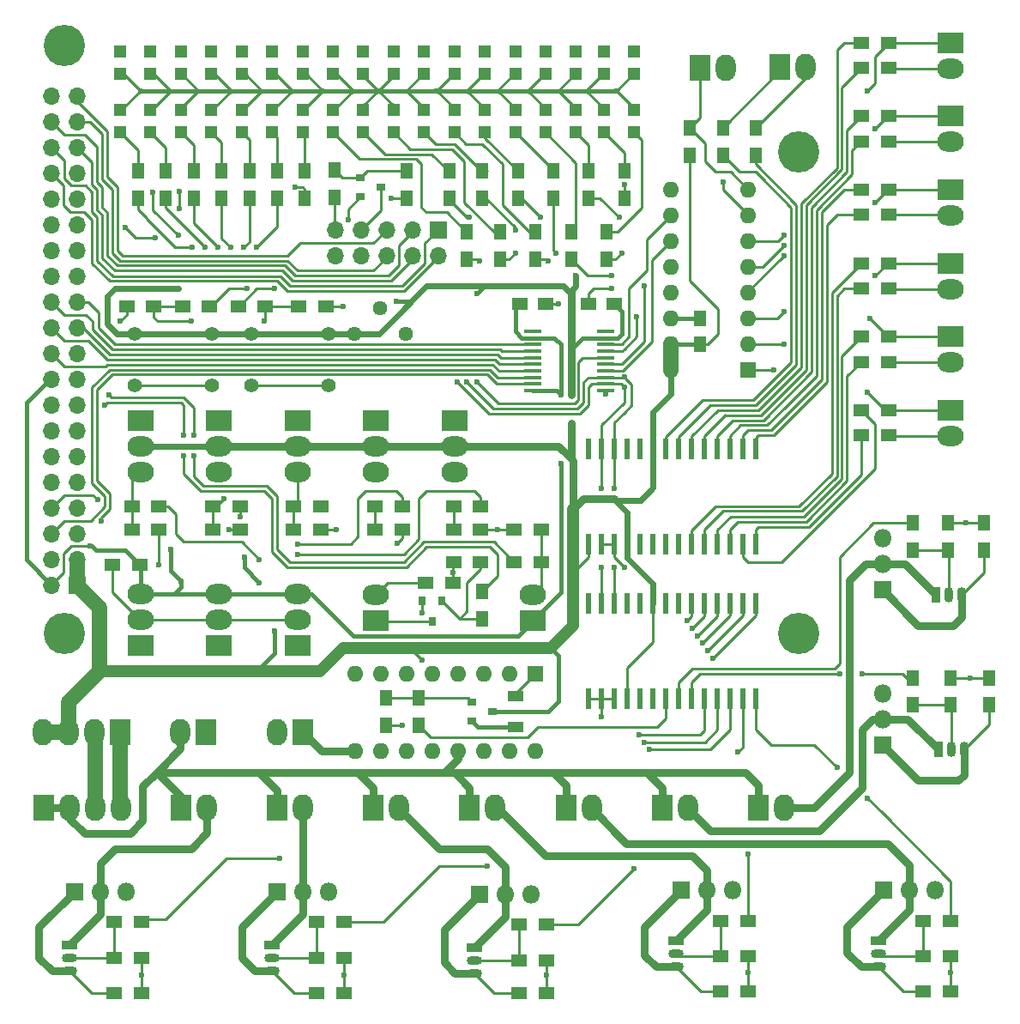
<source format=gbr>
G04 #@! TF.FileFunction,Copper,L1,Top,Signal*
%FSLAX46Y46*%
G04 Gerber Fmt 4.6, Leading zero omitted, Abs format (unit mm)*
G04 Created by KiCad (PCBNEW 4.0.4-stable) date 08/02/17 01:26:39*
%MOMM*%
%LPD*%
G01*
G04 APERTURE LIST*
%ADD10C,0.100000*%
%ADD11R,2.600000X2.000000*%
%ADD12O,2.600000X2.000000*%
%ADD13R,1.800000X1.800000*%
%ADD14O,1.800000X1.800000*%
%ADD15C,4.064000*%
%ADD16R,1.300000X1.500000*%
%ADD17R,1.200000X1.200000*%
%ADD18R,1.600000X1.000000*%
%ADD19R,1.600000X1.600000*%
%ADD20O,1.600000X1.600000*%
%ADD21C,1.397000*%
%ADD22R,1.500000X1.300000*%
%ADD23R,2.000000X2.600000*%
%ADD24O,2.000000X2.600000*%
%ADD25R,1.700000X1.700000*%
%ADD26O,1.700000X1.700000*%
%ADD27R,1.750000X0.450000*%
%ADD28R,0.600000X2.000000*%
%ADD29C,1.440000*%
%ADD30O,1.500000X0.900000*%
%ADD31R,1.500000X0.900000*%
%ADD32O,0.900000X1.500000*%
%ADD33R,0.900000X1.500000*%
%ADD34R,1.500000X1.250000*%
%ADD35R,1.250000X1.500000*%
%ADD36R,0.900000X0.800000*%
%ADD37R,0.800000X0.900000*%
%ADD38C,0.600000*%
%ADD39C,0.800000*%
%ADD40C,0.400000*%
%ADD41C,0.250000*%
%ADD42C,0.600000*%
%ADD43C,1.200000*%
%ADD44C,1.500000*%
G04 APERTURE END LIST*
D10*
D11*
X67700000Y-90530000D03*
D12*
X67700000Y-87990000D03*
D11*
X59950000Y-70780000D03*
D12*
X59950000Y-73320000D03*
X59950000Y-75860000D03*
D13*
X102325000Y-117155000D03*
D14*
X104865000Y-117155000D03*
X107405000Y-117155000D03*
D13*
X82325000Y-117155000D03*
D14*
X84865000Y-117155000D03*
X87405000Y-117155000D03*
D13*
X102200000Y-102780000D03*
D14*
X102200000Y-100240000D03*
X102200000Y-97700000D03*
D13*
X62450000Y-117530000D03*
D14*
X64990000Y-117530000D03*
X67530000Y-117530000D03*
D13*
X42450000Y-117280000D03*
D14*
X44990000Y-117280000D03*
X47530000Y-117280000D03*
D13*
X22450000Y-117280000D03*
D14*
X24990000Y-117280000D03*
X27530000Y-117280000D03*
D13*
X102200000Y-87530000D03*
D14*
X102200000Y-84990000D03*
X102200000Y-82450000D03*
D15*
X93950000Y-44280000D03*
D16*
X69700000Y-46180000D03*
X69700000Y-48880000D03*
X67950000Y-52180000D03*
X67950000Y-54880000D03*
X66200000Y-46180000D03*
X66200000Y-48880000D03*
D17*
X65950000Y-42380000D03*
X65950000Y-40180000D03*
X59950000Y-42380000D03*
X59950000Y-40180000D03*
X62950000Y-42380000D03*
X62950000Y-40180000D03*
X65950000Y-34430000D03*
X65950000Y-36630000D03*
X62950000Y-34430000D03*
X62950000Y-36630000D03*
X59950000Y-34430000D03*
X59950000Y-36630000D03*
D15*
X93950000Y-91780000D03*
D16*
X61200000Y-52180000D03*
X61200000Y-54880000D03*
X59450000Y-46180000D03*
X59450000Y-48880000D03*
X64450000Y-52180000D03*
X64450000Y-54880000D03*
X62700000Y-46180000D03*
X62700000Y-48880000D03*
X71450000Y-52180000D03*
X71450000Y-54880000D03*
X74950000Y-52180000D03*
X74950000Y-54880000D03*
X73200000Y-46180000D03*
X73200000Y-48880000D03*
X76700000Y-46180000D03*
X76700000Y-48880000D03*
X39700000Y-46180000D03*
X39700000Y-48880000D03*
X42450000Y-46180000D03*
X42450000Y-48880000D03*
D17*
X47950000Y-42380000D03*
X47950000Y-40180000D03*
X50950000Y-42380000D03*
X50950000Y-40180000D03*
X53950000Y-42380000D03*
X53950000Y-40180000D03*
X56950000Y-42380000D03*
X56950000Y-40180000D03*
X47950000Y-34430000D03*
X47950000Y-36630000D03*
X50950000Y-34430000D03*
X50950000Y-36630000D03*
X53950000Y-34430000D03*
X53950000Y-36630000D03*
X56950000Y-34430000D03*
X56950000Y-36630000D03*
X68950000Y-42380000D03*
X68950000Y-40180000D03*
X77700000Y-42380000D03*
X77700000Y-40180000D03*
X71950000Y-42380000D03*
X71950000Y-40180000D03*
X74700000Y-42380000D03*
X74700000Y-40180000D03*
X68950000Y-34430000D03*
X68950000Y-36630000D03*
X71950000Y-34430000D03*
X71950000Y-36630000D03*
X77700000Y-34430000D03*
X77700000Y-36630000D03*
X74700000Y-34430000D03*
X74700000Y-36630000D03*
X38950000Y-42380000D03*
X38950000Y-40180000D03*
X41950000Y-42380000D03*
X41950000Y-40180000D03*
D18*
X65950000Y-101030000D03*
X65950000Y-98030000D03*
D15*
X21450000Y-33780000D03*
D19*
X88950000Y-65780000D03*
D20*
X81330000Y-48000000D03*
X88950000Y-63240000D03*
X81330000Y-50540000D03*
X88950000Y-60700000D03*
X81330000Y-53080000D03*
X88950000Y-58160000D03*
X81330000Y-55620000D03*
X88950000Y-55620000D03*
X81330000Y-58160000D03*
X88950000Y-53080000D03*
X81330000Y-60700000D03*
X88950000Y-50540000D03*
X81330000Y-63240000D03*
X88950000Y-48000000D03*
X81330000Y-65780000D03*
D21*
X39890000Y-67320000D03*
X39890000Y-62240000D03*
X47510000Y-67320000D03*
X47510000Y-62240000D03*
X28390000Y-67320000D03*
X28390000Y-62240000D03*
X36010000Y-67320000D03*
X36010000Y-62240000D03*
D22*
X41300000Y-59530000D03*
X38600000Y-59530000D03*
X44600000Y-59530000D03*
X47300000Y-59530000D03*
X33100000Y-59530000D03*
X35800000Y-59530000D03*
X30300000Y-59530000D03*
X27600000Y-59530000D03*
D16*
X28700000Y-46180000D03*
X28700000Y-48880000D03*
X31450000Y-46180000D03*
X31450000Y-48880000D03*
X34200000Y-46180000D03*
X34200000Y-48880000D03*
X36950000Y-46180000D03*
X36950000Y-48880000D03*
X45200000Y-46180000D03*
X45200000Y-48880000D03*
D17*
X26950000Y-42380000D03*
X26950000Y-40180000D03*
X29950000Y-42380000D03*
X29950000Y-40180000D03*
X32950000Y-42380000D03*
X32950000Y-40180000D03*
X35950000Y-42380000D03*
X35950000Y-40180000D03*
X26950000Y-34430000D03*
X26950000Y-36630000D03*
X29950000Y-34430000D03*
X29950000Y-36630000D03*
X32950000Y-34430000D03*
X32950000Y-36630000D03*
X35950000Y-34430000D03*
X35950000Y-36630000D03*
X38950000Y-34430000D03*
X38950000Y-36630000D03*
X41950000Y-34430000D03*
X41950000Y-36630000D03*
X44950000Y-34430000D03*
X44950000Y-36630000D03*
X44950000Y-42380000D03*
X44950000Y-40180000D03*
D11*
X52200000Y-90530000D03*
D12*
X52200000Y-87990000D03*
D23*
X70950000Y-109030000D03*
D24*
X73490000Y-109030000D03*
D23*
X61450000Y-109030000D03*
D24*
X63990000Y-109030000D03*
D23*
X51950000Y-109030000D03*
D24*
X54490000Y-109030000D03*
D23*
X42450000Y-109030000D03*
D24*
X44990000Y-109030000D03*
D23*
X32950000Y-109030000D03*
D24*
X35490000Y-109030000D03*
D11*
X28950000Y-93030000D03*
D12*
X28950000Y-90490000D03*
X28950000Y-87950000D03*
D11*
X36700000Y-93030000D03*
D12*
X36700000Y-90490000D03*
X36700000Y-87950000D03*
D11*
X44450000Y-93030000D03*
D12*
X44450000Y-90490000D03*
X44450000Y-87950000D03*
D23*
X92075000Y-35905000D03*
D24*
X94615000Y-35905000D03*
D11*
X108950000Y-33530000D03*
D12*
X108950000Y-36070000D03*
D11*
X108950000Y-40780000D03*
D12*
X108950000Y-43320000D03*
D11*
X108950000Y-48030000D03*
D12*
X108950000Y-50570000D03*
D11*
X108950000Y-55280000D03*
D12*
X108950000Y-57820000D03*
D11*
X108950000Y-62530000D03*
D12*
X108950000Y-65070000D03*
D11*
X108950000Y-69780000D03*
D12*
X108950000Y-72320000D03*
D23*
X44950000Y-101530000D03*
D24*
X42410000Y-101530000D03*
D23*
X84200000Y-36030000D03*
D24*
X86740000Y-36030000D03*
D25*
X58350000Y-52030000D03*
D26*
X58350000Y-54570000D03*
X55810000Y-52030000D03*
X55810000Y-54570000D03*
X53270000Y-52030000D03*
X53270000Y-54570000D03*
X50730000Y-52030000D03*
X50730000Y-54570000D03*
X48190000Y-52030000D03*
X48190000Y-54570000D03*
D23*
X89950000Y-109030000D03*
D24*
X92490000Y-109030000D03*
D23*
X80450000Y-109030000D03*
D24*
X82990000Y-109030000D03*
D23*
X19450000Y-109030000D03*
D24*
X21990000Y-109030000D03*
X24530000Y-109030000D03*
X27070000Y-109030000D03*
D23*
X26950000Y-101530000D03*
D24*
X24410000Y-101530000D03*
X21870000Y-101530000D03*
X19330000Y-101530000D03*
D27*
X67650000Y-62005000D03*
X67650000Y-62655000D03*
X67650000Y-63305000D03*
X67650000Y-63955000D03*
X67650000Y-64605000D03*
X67650000Y-65255000D03*
X67650000Y-65905000D03*
X67650000Y-66555000D03*
X67650000Y-67205000D03*
X67650000Y-67855000D03*
X74850000Y-67855000D03*
X74850000Y-67205000D03*
X74850000Y-66555000D03*
X74850000Y-65905000D03*
X74850000Y-65255000D03*
X74850000Y-64605000D03*
X74850000Y-63955000D03*
X74850000Y-63305000D03*
X74850000Y-62655000D03*
X74850000Y-62005000D03*
D28*
X89705000Y-73580000D03*
X88435000Y-73580000D03*
X87165000Y-73580000D03*
X85895000Y-73580000D03*
X84625000Y-73580000D03*
X83355000Y-73580000D03*
X82085000Y-73580000D03*
X80815000Y-73580000D03*
X79545000Y-73580000D03*
X78275000Y-73580000D03*
X77005000Y-73580000D03*
X75735000Y-73580000D03*
X74465000Y-73580000D03*
X73195000Y-73580000D03*
X73195000Y-82980000D03*
X74465000Y-82980000D03*
X75735000Y-82980000D03*
X77005000Y-82980000D03*
X78275000Y-82980000D03*
X79545000Y-82980000D03*
X80815000Y-82980000D03*
X82085000Y-82980000D03*
X83355000Y-82980000D03*
X84625000Y-82980000D03*
X85895000Y-82980000D03*
X87165000Y-82980000D03*
X88435000Y-82980000D03*
X89705000Y-82980000D03*
D29*
X50070000Y-62230000D03*
X52610000Y-59690000D03*
X55150000Y-62230000D03*
D22*
X108925000Y-127155000D03*
X106225000Y-127155000D03*
X88925000Y-127155000D03*
X86225000Y-127155000D03*
X69050000Y-127280000D03*
X66350000Y-127280000D03*
X49050000Y-127280000D03*
X46350000Y-127280000D03*
X29050000Y-127280000D03*
X26350000Y-127280000D03*
X108925000Y-123655000D03*
X106225000Y-123655000D03*
X88925000Y-123655000D03*
X86225000Y-123655000D03*
X69050000Y-124030000D03*
X66350000Y-124030000D03*
X49050000Y-123780000D03*
X46350000Y-123780000D03*
X29050000Y-123780000D03*
X26350000Y-123780000D03*
X106225000Y-120155000D03*
X108925000Y-120155000D03*
X86225000Y-120155000D03*
X88925000Y-120155000D03*
X66350000Y-120530000D03*
X69050000Y-120530000D03*
X46350000Y-120280000D03*
X49050000Y-120280000D03*
X26350000Y-120280000D03*
X29050000Y-120280000D03*
X59800000Y-86780000D03*
X57100000Y-86780000D03*
X62550000Y-84780000D03*
X59850000Y-84780000D03*
D16*
X112200000Y-80930000D03*
X112200000Y-83630000D03*
X112700000Y-96180000D03*
X112700000Y-98880000D03*
X108700000Y-80930000D03*
X108700000Y-83630000D03*
X108950000Y-96180000D03*
X108950000Y-98880000D03*
X62700000Y-90380000D03*
X62700000Y-87680000D03*
X105200000Y-83630000D03*
X105200000Y-80930000D03*
X105200000Y-98880000D03*
X105200000Y-96180000D03*
D22*
X28100000Y-79280000D03*
X30800000Y-79280000D03*
D16*
X83200000Y-44630000D03*
X83200000Y-41930000D03*
D22*
X28100000Y-81530000D03*
X30800000Y-81530000D03*
X102800000Y-57780000D03*
X100100000Y-57780000D03*
X102800000Y-55280000D03*
X100100000Y-55280000D03*
X68550000Y-84780000D03*
X65850000Y-84780000D03*
X68550000Y-81530000D03*
X65850000Y-81530000D03*
D16*
X89700000Y-41930000D03*
X89700000Y-44630000D03*
X86450000Y-41930000D03*
X86450000Y-44630000D03*
D22*
X102800000Y-43280000D03*
X100100000Y-43280000D03*
X102800000Y-65030000D03*
X100100000Y-65030000D03*
X102800000Y-40780000D03*
X100100000Y-40780000D03*
X102800000Y-62530000D03*
X100100000Y-62530000D03*
D16*
X53200000Y-98180000D03*
X53200000Y-100880000D03*
X56450000Y-98180000D03*
X56450000Y-100880000D03*
X55200000Y-48880000D03*
X55200000Y-46180000D03*
X48150000Y-46080000D03*
X48150000Y-48780000D03*
D22*
X26200000Y-85030000D03*
X28900000Y-85030000D03*
X102800000Y-36030000D03*
X100100000Y-36030000D03*
X102800000Y-50530000D03*
X100100000Y-50530000D03*
X102800000Y-72280000D03*
X100100000Y-72280000D03*
X102800000Y-33530000D03*
X100100000Y-33530000D03*
X102800000Y-48030000D03*
X100100000Y-48030000D03*
X102800000Y-69780000D03*
X100100000Y-69780000D03*
D30*
X101825000Y-123425000D03*
X101825000Y-124695000D03*
D31*
X101825000Y-122155000D03*
D30*
X81825000Y-123425000D03*
X81825000Y-124695000D03*
D31*
X81825000Y-122155000D03*
D30*
X61950000Y-124050000D03*
X61950000Y-125320000D03*
D31*
X61950000Y-122780000D03*
D30*
X41950000Y-123800000D03*
X41950000Y-125070000D03*
D31*
X41950000Y-122530000D03*
D30*
X21950000Y-123800000D03*
X21950000Y-125070000D03*
D31*
X21950000Y-122530000D03*
D32*
X108720000Y-88030000D03*
X109990000Y-88030000D03*
D33*
X107450000Y-88030000D03*
D32*
X108970000Y-103280000D03*
X110240000Y-103280000D03*
D33*
X107700000Y-103280000D03*
D25*
X22700000Y-87030000D03*
D26*
X20160000Y-87030000D03*
X22700000Y-84490000D03*
X20160000Y-84490000D03*
X22700000Y-81950000D03*
X20160000Y-81950000D03*
X22700000Y-79410000D03*
X20160000Y-79410000D03*
X22700000Y-76870000D03*
X20160000Y-76870000D03*
X22700000Y-74330000D03*
X20160000Y-74330000D03*
X22700000Y-71790000D03*
X20160000Y-71790000D03*
X22700000Y-69250000D03*
X20160000Y-69250000D03*
X22700000Y-66710000D03*
X20160000Y-66710000D03*
X22700000Y-64170000D03*
X20160000Y-64170000D03*
X22700000Y-61630000D03*
X20160000Y-61630000D03*
X22700000Y-59090000D03*
X20160000Y-59090000D03*
X22700000Y-56550000D03*
X20160000Y-56550000D03*
X22700000Y-54010000D03*
X20160000Y-54010000D03*
X22700000Y-51470000D03*
X20160000Y-51470000D03*
X22700000Y-48930000D03*
X20160000Y-48930000D03*
X22700000Y-46390000D03*
X20160000Y-46390000D03*
X22700000Y-43850000D03*
X20160000Y-43850000D03*
X22700000Y-41310000D03*
X20160000Y-41310000D03*
X22700000Y-38770000D03*
X20160000Y-38770000D03*
D34*
X75700000Y-59280000D03*
X73200000Y-59280000D03*
X68950000Y-59280000D03*
X66450000Y-59280000D03*
D35*
X84200000Y-63280000D03*
X84200000Y-60780000D03*
D19*
X67950000Y-95780000D03*
D20*
X50170000Y-103400000D03*
X65410000Y-95780000D03*
X52710000Y-103400000D03*
X62870000Y-95780000D03*
X55250000Y-103400000D03*
X60330000Y-95780000D03*
X57790000Y-103400000D03*
X57790000Y-95780000D03*
X60330000Y-103400000D03*
X55250000Y-95780000D03*
X62870000Y-103400000D03*
X52710000Y-95780000D03*
X65410000Y-103400000D03*
X50170000Y-95780000D03*
X67950000Y-103400000D03*
D28*
X89705000Y-88830000D03*
X88435000Y-88830000D03*
X87165000Y-88830000D03*
X85895000Y-88830000D03*
X84625000Y-88830000D03*
X83355000Y-88830000D03*
X82085000Y-88830000D03*
X80815000Y-88830000D03*
X79545000Y-88830000D03*
X78275000Y-88830000D03*
X77005000Y-88830000D03*
X75735000Y-88830000D03*
X74465000Y-88830000D03*
X73195000Y-88830000D03*
X73195000Y-98230000D03*
X74465000Y-98230000D03*
X75735000Y-98230000D03*
X77005000Y-98230000D03*
X78275000Y-98230000D03*
X79545000Y-98230000D03*
X80815000Y-98230000D03*
X82085000Y-98230000D03*
X83355000Y-98230000D03*
X84625000Y-98230000D03*
X85895000Y-98230000D03*
X87165000Y-98230000D03*
X88435000Y-98230000D03*
X89705000Y-98230000D03*
D15*
X21450000Y-91780000D03*
D36*
X50700000Y-46830000D03*
X50700000Y-48730000D03*
X52700000Y-47780000D03*
X61700000Y-98580000D03*
X61700000Y-100480000D03*
X63700000Y-99530000D03*
D37*
X58700000Y-88630000D03*
X56800000Y-88630000D03*
X57750000Y-90630000D03*
D22*
X36100000Y-81530000D03*
X38800000Y-81530000D03*
X36100000Y-79280000D03*
X38800000Y-79280000D03*
X44100000Y-81530000D03*
X46800000Y-81530000D03*
X44100000Y-79280000D03*
X46800000Y-79280000D03*
X52100000Y-81530000D03*
X54800000Y-81530000D03*
X52100000Y-79280000D03*
X54800000Y-79280000D03*
X59850000Y-81530000D03*
X62550000Y-81530000D03*
X59850000Y-79280000D03*
X62550000Y-79280000D03*
D23*
X35450000Y-101530000D03*
D24*
X32910000Y-101530000D03*
D11*
X28950000Y-70780000D03*
D12*
X28950000Y-73320000D03*
X28950000Y-75860000D03*
D11*
X36700000Y-70780000D03*
D12*
X36700000Y-73320000D03*
X36700000Y-75860000D03*
D11*
X44450000Y-70780000D03*
D12*
X44450000Y-73320000D03*
X44450000Y-75860000D03*
D11*
X52200000Y-70780000D03*
D12*
X52200000Y-73320000D03*
X52200000Y-75860000D03*
D38*
X71450000Y-72030000D03*
X71450000Y-71030000D03*
X39200000Y-84280000D03*
X40650000Y-86780000D03*
X54200000Y-59030000D03*
X62200000Y-58280000D03*
X32750000Y-57780000D03*
X56800000Y-94430000D03*
X56800000Y-89780000D03*
X71474998Y-67280000D03*
X42200000Y-91530000D03*
X49450000Y-51030000D03*
X71450000Y-68280000D03*
X71950000Y-56530000D03*
X30200000Y-48280000D03*
X32700000Y-52530000D03*
X76700000Y-85280000D03*
X70200000Y-59280000D03*
X75450000Y-57780000D03*
X37700000Y-81530000D03*
X74850000Y-68230000D03*
X78275000Y-73580000D03*
X78275000Y-88830000D03*
X74450000Y-100030000D03*
X28950000Y-38280000D03*
X75950000Y-38280000D03*
X58200000Y-38280000D03*
X52450000Y-38280000D03*
X46950000Y-38280000D03*
X48300000Y-81530000D03*
X54325000Y-82905000D03*
X110850000Y-96180000D03*
X54775000Y-100880000D03*
X30800000Y-85005000D03*
X64200000Y-81530000D03*
X59800000Y-85780000D03*
X110450000Y-80930000D03*
X48950000Y-59530000D03*
X26950000Y-61030000D03*
X108925000Y-125280000D03*
X88925000Y-125280000D03*
X69050000Y-125530000D03*
X49050000Y-125530000D03*
X29050000Y-125530000D03*
X70450000Y-68280000D03*
X32950000Y-86680000D03*
X31925000Y-83555000D03*
X70450000Y-75030000D03*
X24000600Y-83211800D03*
X65950000Y-101030000D03*
X25084600Y-80703200D03*
X100700000Y-68030000D03*
X91450000Y-65780000D03*
X101450000Y-49280000D03*
X92450000Y-54530000D03*
X100700000Y-38280000D03*
X92450000Y-52530000D03*
X100950000Y-60780000D03*
X92450000Y-63280000D03*
X92450000Y-53530000D03*
X101450000Y-42030000D03*
X86450000Y-47280000D03*
X86450000Y-42030000D03*
X101450000Y-56530000D03*
X92450000Y-60030000D03*
X27450000Y-51780000D03*
X30450000Y-52780000D03*
X53750000Y-48880000D03*
X34200000Y-72280000D03*
X34200000Y-74280000D03*
X25872000Y-68308000D03*
X100200000Y-95780000D03*
X97950000Y-95780000D03*
X42700000Y-114030000D03*
X78200000Y-101780000D03*
X63200000Y-114780000D03*
X78700000Y-102530000D03*
X77700000Y-115030000D03*
X79200000Y-103280000D03*
X87950000Y-103530000D03*
X88950000Y-113530000D03*
X100700000Y-108030000D03*
X97700000Y-105030000D03*
X76700000Y-66530000D03*
X75700000Y-85280000D03*
X75700000Y-77530000D03*
X61200000Y-67030000D03*
X76700000Y-67530000D03*
X60200000Y-67030000D03*
X74450000Y-85280000D03*
X74450000Y-77530000D03*
X78700000Y-57530000D03*
X77950000Y-60530000D03*
X44950000Y-34430000D03*
X41950000Y-34430000D03*
X38950000Y-34430000D03*
X35950000Y-34430000D03*
X32950000Y-34430000D03*
X29950000Y-34430000D03*
X26950000Y-34430000D03*
X33200000Y-74280000D03*
X33200000Y-72280000D03*
X25450000Y-69280000D03*
X44200000Y-47780000D03*
X37850000Y-53730000D03*
X36600000Y-53730000D03*
X35350000Y-53730000D03*
X34050000Y-53730000D03*
X34000000Y-61030000D03*
X39450000Y-57780000D03*
X41200000Y-61030000D03*
X42200000Y-57780000D03*
X32800000Y-48180000D03*
X32800000Y-49930000D03*
X62200000Y-67030000D03*
X24729000Y-78595000D03*
X26200000Y-85030000D03*
X74700000Y-34430000D03*
X77700000Y-34430000D03*
X71950000Y-34430000D03*
X68950000Y-34430000D03*
X56950000Y-34430000D03*
X53950000Y-34430000D03*
X50950000Y-34430000D03*
X47950000Y-34430000D03*
X40400000Y-53730000D03*
X39150000Y-53730000D03*
X76700000Y-47530000D03*
X76200000Y-50780000D03*
X76450000Y-54280000D03*
X75450000Y-56530000D03*
X65950000Y-52030000D03*
X65950000Y-54280000D03*
X61450000Y-50780000D03*
X62450000Y-55030000D03*
X59950000Y-34430000D03*
X62950000Y-34430000D03*
X65950000Y-34430000D03*
X85450000Y-94280000D03*
X84950000Y-93530000D03*
X84450000Y-92780000D03*
X68450000Y-50780000D03*
X83950000Y-92030000D03*
X69200000Y-55030000D03*
X83450000Y-91280000D03*
X69950000Y-54280000D03*
X82950000Y-90530000D03*
X40700000Y-84530000D03*
X37200000Y-78530000D03*
X52100000Y-79280000D03*
X38800000Y-80330000D03*
X46700000Y-79280000D03*
X44450000Y-83030000D03*
X59850000Y-79280000D03*
X44450000Y-84030000D03*
D39*
X71450000Y-71030000D02*
X71450000Y-72030000D01*
X71450000Y-72030000D02*
X71450000Y-74530000D01*
D40*
X76450000Y-60780000D02*
X76450000Y-60030000D01*
X76450000Y-60030000D02*
X75700000Y-59280000D01*
X81330000Y-63240000D02*
X84160000Y-63240000D01*
X84160000Y-63240000D02*
X84200000Y-63280000D01*
X74850000Y-62655000D02*
X72575000Y-62655000D01*
X72575000Y-62655000D02*
X71450000Y-63780000D01*
X39200000Y-85330000D02*
X40650000Y-86780000D01*
X39200000Y-85330000D02*
X39200000Y-84280000D01*
X42200000Y-91530000D02*
X42200000Y-93780000D01*
X42200000Y-93780000D02*
X40450000Y-95530000D01*
X74850000Y-62655000D02*
X76075000Y-62655000D01*
X76450000Y-62280000D02*
X76450000Y-60780000D01*
X76075000Y-62655000D02*
X76450000Y-62280000D01*
X55650000Y-59030000D02*
X54200000Y-59030000D01*
D41*
X55700000Y-59030000D02*
X55650000Y-59030000D01*
D40*
X62200000Y-58280000D02*
X62950000Y-57530000D01*
D42*
X30300000Y-57780000D02*
X32750000Y-57780000D01*
D41*
X56800000Y-88630000D02*
X56800000Y-89780000D01*
X55700000Y-93330000D02*
X55700000Y-93280000D01*
X56800000Y-94430000D02*
X55700000Y-93330000D01*
D42*
X36700000Y-73320000D02*
X28950000Y-73320000D01*
D39*
X71450000Y-67280000D02*
X71474998Y-67280000D01*
D43*
X55700000Y-93280000D02*
X56700000Y-93280000D01*
X65700000Y-93280000D02*
X69450000Y-93280000D01*
X56700000Y-93280000D02*
X65700000Y-93280000D01*
D39*
X71700000Y-79530000D02*
X71700000Y-74780000D01*
X71700000Y-74780000D02*
X71450000Y-74530000D01*
D43*
X28200000Y-95530000D02*
X24950000Y-95530000D01*
X40450000Y-95530000D02*
X28200000Y-95530000D01*
D44*
X24950000Y-91280000D02*
X24950000Y-95530000D01*
X21870000Y-98610000D02*
X21870000Y-101530000D01*
X24950000Y-95530000D02*
X21870000Y-98610000D01*
D41*
X49450000Y-50280000D02*
X49450000Y-49980000D01*
X49450000Y-49980000D02*
X50700000Y-48730000D01*
X49450000Y-51030000D02*
X49450000Y-50280000D01*
D43*
X42200000Y-95530000D02*
X40450000Y-95530000D01*
D44*
X22700000Y-87030000D02*
X22700000Y-84490000D01*
X19330000Y-101530000D02*
X21870000Y-101530000D01*
X21870000Y-101530000D02*
X21950000Y-101450000D01*
X24950000Y-91280000D02*
X24950000Y-89280000D01*
X24950000Y-89280000D02*
X22700000Y-87030000D01*
D40*
X69450000Y-93280000D02*
X70200000Y-94030000D01*
X69200000Y-99530000D02*
X63700000Y-99530000D01*
X70200000Y-98530000D02*
X69200000Y-99530000D01*
X70200000Y-94030000D02*
X70200000Y-98530000D01*
D42*
X77005000Y-82980000D02*
X77005000Y-79835000D01*
X77005000Y-79835000D02*
X75825000Y-78655000D01*
D39*
X59950000Y-73320000D02*
X70240000Y-73320000D01*
X70240000Y-73320000D02*
X71450000Y-74530000D01*
X71450000Y-63780000D02*
X71450000Y-67280000D01*
X71450000Y-67280000D02*
X71450000Y-68280000D01*
D42*
X79545000Y-73580000D02*
X79545000Y-69935000D01*
X81330000Y-68150000D02*
X81330000Y-65780000D01*
X79545000Y-69935000D02*
X81330000Y-68150000D01*
D41*
X83200000Y-44630000D02*
X83200000Y-57030000D01*
X84950000Y-63280000D02*
X84200000Y-63280000D01*
X85950000Y-62280000D02*
X84950000Y-63280000D01*
X85950000Y-59780000D02*
X85950000Y-62280000D01*
X83200000Y-57030000D02*
X85950000Y-59780000D01*
D44*
X81330000Y-65780000D02*
X81330000Y-63240000D01*
D39*
X71450000Y-60030000D02*
X71450000Y-63780000D01*
X71450000Y-58280000D02*
X71450000Y-60030000D01*
D41*
X73195000Y-82980000D02*
X73195000Y-84285000D01*
X73195000Y-84285000D02*
X71700000Y-85780000D01*
D42*
X75825000Y-78655000D02*
X78325000Y-78655000D01*
X78325000Y-78655000D02*
X79545000Y-77435000D01*
X79545000Y-77435000D02*
X79545000Y-73580000D01*
X77005000Y-82980000D02*
X77005000Y-84335000D01*
X79545000Y-86875000D02*
X79545000Y-88830000D01*
X77005000Y-84335000D02*
X79545000Y-86875000D01*
X75700000Y-78530000D02*
X75825000Y-78655000D01*
D39*
X72700000Y-78530000D02*
X75700000Y-78530000D01*
X71700000Y-79530000D02*
X72700000Y-78530000D01*
D43*
X42200000Y-95530000D02*
X46700000Y-95530000D01*
X48950000Y-93280000D02*
X55700000Y-93280000D01*
X46700000Y-95530000D02*
X48950000Y-93280000D01*
X71700000Y-91030000D02*
X71700000Y-85780000D01*
X69450000Y-93280000D02*
X71700000Y-91030000D01*
X71700000Y-85780000D02*
X71700000Y-79530000D01*
D42*
X56700000Y-58030000D02*
X57200000Y-57530000D01*
X56700000Y-58030000D02*
X55700000Y-59030000D01*
X55700000Y-59030000D02*
X54950000Y-59780000D01*
X57200000Y-57530000D02*
X61450000Y-57530000D01*
X70700000Y-57530000D02*
X71075000Y-57905000D01*
X71075000Y-57905000D02*
X71450000Y-58280000D01*
X62950000Y-57530000D02*
X70700000Y-57530000D01*
X61450000Y-57530000D02*
X62950000Y-57530000D01*
D39*
X71450000Y-58030000D02*
X71450000Y-58280000D01*
D42*
X71450000Y-58030000D02*
X71950000Y-57530000D01*
X71950000Y-57530000D02*
X71950000Y-56530000D01*
D39*
X36700000Y-73320000D02*
X44450000Y-73320000D01*
X44450000Y-73320000D02*
X52200000Y-73320000D01*
X52200000Y-73320000D02*
X59950000Y-73320000D01*
D41*
X77005000Y-98230000D02*
X77005000Y-95225000D01*
X77005000Y-95225000D02*
X79545000Y-92685000D01*
X79545000Y-92685000D02*
X79545000Y-88830000D01*
X30200000Y-50030000D02*
X32700000Y-52530000D01*
X30200000Y-50030000D02*
X30200000Y-48280000D01*
D42*
X50070000Y-62230000D02*
X52500000Y-62230000D01*
X52500000Y-62230000D02*
X54950000Y-59780000D01*
X28390000Y-62240000D02*
X26660000Y-62240000D01*
X26450000Y-57780000D02*
X30300000Y-57780000D01*
X25700000Y-58530000D02*
X26450000Y-57780000D01*
X25700000Y-61280000D02*
X25700000Y-58530000D01*
X26660000Y-62240000D02*
X25700000Y-61280000D01*
X39890000Y-62240000D02*
X36010000Y-62240000D01*
X36010000Y-62240000D02*
X28390000Y-62240000D01*
X50070000Y-62230000D02*
X47520000Y-62230000D01*
X47520000Y-62230000D02*
X47510000Y-62240000D01*
X47510000Y-62240000D02*
X39890000Y-62240000D01*
D41*
X50900000Y-48730000D02*
X50700000Y-48730000D01*
X50060000Y-62240000D02*
X50070000Y-62230000D01*
X50730000Y-54570000D02*
X50810000Y-54570000D01*
X81370000Y-63280000D02*
X81330000Y-63240000D01*
X81370000Y-63280000D02*
X81330000Y-63240000D01*
X75735000Y-82980000D02*
X75735000Y-84315000D01*
X75735000Y-84315000D02*
X76700000Y-85280000D01*
X68950000Y-59280000D02*
X70200000Y-59280000D01*
X73200000Y-59280000D02*
X73200000Y-58280000D01*
X73700000Y-57780000D02*
X75450000Y-57780000D01*
X73200000Y-58280000D02*
X73700000Y-57780000D01*
D40*
X81330000Y-60700000D02*
X84120000Y-60700000D01*
X84120000Y-60700000D02*
X84200000Y-60780000D01*
D41*
X38800000Y-81530000D02*
X37700000Y-81530000D01*
X74850000Y-67855000D02*
X74850000Y-68230000D01*
X74465000Y-98230000D02*
X74465000Y-100015000D01*
X74465000Y-100015000D02*
X74450000Y-100030000D01*
D44*
X26950000Y-101530000D02*
X26950000Y-108910000D01*
X26950000Y-108910000D02*
X27070000Y-109030000D01*
X24530000Y-109030000D02*
X24530000Y-101650000D01*
X24530000Y-101650000D02*
X24410000Y-101530000D01*
D41*
X65950000Y-98030000D02*
X65950000Y-97780000D01*
X65950000Y-97780000D02*
X67950000Y-95780000D01*
D40*
X70200000Y-38280000D02*
X67200000Y-38280000D01*
X67200000Y-38280000D02*
X64200000Y-38280000D01*
X64200000Y-38280000D02*
X61200000Y-38280000D01*
X72950000Y-38280000D02*
X70200000Y-38280000D01*
X72950000Y-38280000D02*
X75950000Y-38280000D01*
D41*
X77700000Y-40030000D02*
X75950000Y-38280000D01*
X77600000Y-36630000D02*
X75950000Y-38280000D01*
D40*
X58200000Y-38280000D02*
X61200000Y-38280000D01*
X55200000Y-38280000D02*
X58200000Y-38280000D01*
D41*
X59850000Y-36630000D02*
X58200000Y-38280000D01*
X59950000Y-40030000D02*
X58200000Y-38280000D01*
D40*
X55200000Y-38280000D02*
X52450000Y-38280000D01*
D41*
X53950000Y-36780000D02*
X52450000Y-38280000D01*
X53950000Y-39780000D02*
X52450000Y-38280000D01*
X50950000Y-39780000D02*
X52450000Y-38280000D01*
X50950000Y-36780000D02*
X52450000Y-38280000D01*
D40*
X49950000Y-38280000D02*
X52450000Y-38280000D01*
X46950000Y-38280000D02*
X49950000Y-38280000D01*
X43950000Y-38280000D02*
X46950000Y-38280000D01*
D41*
X45050000Y-40180000D02*
X46950000Y-38280000D01*
X45300000Y-36630000D02*
X46950000Y-38280000D01*
D40*
X28950000Y-38280000D02*
X31950000Y-38280000D01*
X31950000Y-38280000D02*
X34700000Y-38280000D01*
X34700000Y-38280000D02*
X37950000Y-38280000D01*
X37950000Y-38280000D02*
X40950000Y-38280000D01*
X40950000Y-38280000D02*
X43950000Y-38280000D01*
D41*
X46800000Y-81530000D02*
X48300000Y-81530000D01*
X54800000Y-81530000D02*
X54800000Y-82430000D01*
X54800000Y-82430000D02*
X54325000Y-82905000D01*
X53200000Y-100880000D02*
X54775000Y-100880000D01*
X30800000Y-81530000D02*
X30800000Y-85005000D01*
X38800000Y-81530000D02*
X38700000Y-81530000D01*
X65850000Y-81530000D02*
X64200000Y-81530000D01*
X64200000Y-81530000D02*
X62550000Y-81530000D01*
X59800000Y-86780000D02*
X59800000Y-85780000D01*
X59800000Y-85780000D02*
X59800000Y-84830000D01*
X59800000Y-84830000D02*
X59850000Y-84780000D01*
X59800000Y-84830000D02*
X59850000Y-84780000D01*
D40*
X65950000Y-98030000D02*
X65950000Y-97780000D01*
D41*
X74465000Y-82980000D02*
X75735000Y-82980000D01*
X108950000Y-96180000D02*
X110850000Y-96180000D01*
X110850000Y-96180000D02*
X112700000Y-96180000D01*
X81410000Y-60780000D02*
X81330000Y-60700000D01*
X73195000Y-98230000D02*
X74465000Y-98230000D01*
X74465000Y-98230000D02*
X75735000Y-98230000D01*
X77700000Y-36630000D02*
X77600000Y-36630000D01*
X47300000Y-59530000D02*
X48950000Y-59530000D01*
X27600000Y-59530000D02*
X27600000Y-60380000D01*
X27600000Y-60380000D02*
X26950000Y-61030000D01*
X47950000Y-36630000D02*
X48300000Y-36630000D01*
X48300000Y-36630000D02*
X49950000Y-38280000D01*
X47950000Y-40180000D02*
X48050000Y-40180000D01*
X48050000Y-40180000D02*
X49950000Y-38280000D01*
X44950000Y-36630000D02*
X45300000Y-36630000D01*
X44950000Y-40180000D02*
X45050000Y-40180000D01*
X41950000Y-36630000D02*
X42300000Y-36630000D01*
X42300000Y-36630000D02*
X43950000Y-38280000D01*
X41950000Y-40180000D02*
X42050000Y-40180000D01*
X42050000Y-40180000D02*
X43950000Y-38280000D01*
X50950000Y-36630000D02*
X50950000Y-36780000D01*
X50950000Y-40180000D02*
X50950000Y-39780000D01*
X53950000Y-40180000D02*
X53950000Y-39780000D01*
X53950000Y-36630000D02*
X53950000Y-36780000D01*
X56950000Y-40180000D02*
X56950000Y-40030000D01*
X56950000Y-40030000D02*
X55200000Y-38280000D01*
X56950000Y-36630000D02*
X56850000Y-36630000D01*
X56850000Y-36630000D02*
X55200000Y-38280000D01*
X59950000Y-40180000D02*
X59950000Y-40030000D01*
X59950000Y-36630000D02*
X59850000Y-36630000D01*
X62950000Y-40180000D02*
X62950000Y-40030000D01*
X62950000Y-40030000D02*
X61200000Y-38280000D01*
X62950000Y-36630000D02*
X62850000Y-36630000D01*
X62850000Y-36630000D02*
X61200000Y-38280000D01*
X65950000Y-40180000D02*
X65950000Y-40030000D01*
X65950000Y-40030000D02*
X64200000Y-38280000D01*
X65950000Y-36630000D02*
X65850000Y-36630000D01*
X65850000Y-36630000D02*
X64200000Y-38280000D01*
X68950000Y-40180000D02*
X68950000Y-40030000D01*
X68950000Y-40030000D02*
X67200000Y-38280000D01*
X68950000Y-36630000D02*
X68850000Y-36630000D01*
X68850000Y-36630000D02*
X67200000Y-38280000D01*
X71950000Y-40180000D02*
X71950000Y-40030000D01*
X71950000Y-40030000D02*
X70200000Y-38280000D01*
X71950000Y-36630000D02*
X71850000Y-36630000D01*
X71850000Y-36630000D02*
X70200000Y-38280000D01*
X74700000Y-40180000D02*
X74700000Y-40030000D01*
X74700000Y-40030000D02*
X72950000Y-38280000D01*
X74700000Y-36630000D02*
X74600000Y-36630000D01*
X74600000Y-36630000D02*
X72950000Y-38280000D01*
X38950000Y-36630000D02*
X39300000Y-36630000D01*
X39300000Y-36630000D02*
X40950000Y-38280000D01*
X38950000Y-40180000D02*
X39050000Y-40180000D01*
X39050000Y-40180000D02*
X40950000Y-38280000D01*
X35950000Y-36630000D02*
X36300000Y-36630000D01*
X36300000Y-36630000D02*
X37950000Y-38280000D01*
X35950000Y-40180000D02*
X36050000Y-40180000D01*
X36050000Y-40180000D02*
X37950000Y-38280000D01*
X32950000Y-36630000D02*
X33050000Y-36630000D01*
X33050000Y-36630000D02*
X34700000Y-38280000D01*
X32950000Y-40180000D02*
X32950000Y-40030000D01*
X32950000Y-40030000D02*
X34700000Y-38280000D01*
X29950000Y-36630000D02*
X30300000Y-36630000D01*
X30300000Y-36630000D02*
X31950000Y-38280000D01*
X29950000Y-40180000D02*
X30050000Y-40180000D01*
X30050000Y-40180000D02*
X31950000Y-38280000D01*
X26950000Y-36630000D02*
X27300000Y-36630000D01*
X27300000Y-36630000D02*
X28950000Y-38280000D01*
X26950000Y-40180000D02*
X27050000Y-40180000D01*
X27050000Y-40180000D02*
X28950000Y-38280000D01*
X77700000Y-40180000D02*
X77700000Y-40030000D01*
X77700000Y-36630000D02*
X77600000Y-36630000D01*
X48150000Y-48780000D02*
X48150000Y-51990000D01*
X48150000Y-51990000D02*
X48190000Y-52030000D01*
X48150000Y-51990000D02*
X48190000Y-52030000D01*
X48150000Y-51990000D02*
X48190000Y-52030000D01*
X108700000Y-80930000D02*
X110450000Y-80930000D01*
X110450000Y-80930000D02*
X112200000Y-80930000D01*
X69050000Y-124030000D02*
X69050000Y-125530000D01*
X69050000Y-125530000D02*
X69050000Y-127280000D01*
X29050000Y-127280000D02*
X29050000Y-125530000D01*
X29050000Y-125530000D02*
X29050000Y-123780000D01*
X49050000Y-127280000D02*
X49050000Y-125530000D01*
X49050000Y-125530000D02*
X49050000Y-123780000D01*
X108925000Y-127155000D02*
X108925000Y-125280000D01*
X108925000Y-125280000D02*
X108925000Y-123655000D01*
X88925000Y-127155000D02*
X88925000Y-125280000D01*
X88925000Y-125280000D02*
X88925000Y-123655000D01*
D40*
X65950000Y-60530000D02*
X65950000Y-59780000D01*
X65950000Y-59780000D02*
X66450000Y-59280000D01*
X32950000Y-86680000D02*
X31925000Y-85655000D01*
X31925000Y-85655000D02*
X31925000Y-83555000D01*
X32450000Y-87950000D02*
X32450000Y-87780000D01*
X32280000Y-87950000D02*
X32450000Y-87780000D01*
X32950000Y-87280000D02*
X32280000Y-87950000D01*
X32950000Y-87280000D02*
X32950000Y-86680000D01*
X67650000Y-62655000D02*
X66575000Y-62655000D01*
X65950000Y-62030000D02*
X65950000Y-60530000D01*
X66575000Y-62655000D02*
X65950000Y-62030000D01*
X67650000Y-62655000D02*
X69825000Y-62655000D01*
X69825000Y-62655000D02*
X70450000Y-63280000D01*
X70450000Y-63530000D02*
X70450000Y-63280000D01*
X67650000Y-67855000D02*
X70025000Y-67855000D01*
X70025000Y-67855000D02*
X70450000Y-68280000D01*
X70450000Y-87779998D02*
X70450000Y-75030000D01*
X67700000Y-90529998D02*
X70450000Y-87779998D01*
X20160000Y-66710000D02*
X20020000Y-66710000D01*
X20020000Y-66710000D02*
X17700000Y-69030000D01*
X17700000Y-84570000D02*
X20160000Y-87030000D01*
X17700000Y-69030000D02*
X17700000Y-84570000D01*
X67700000Y-90530000D02*
X67700000Y-90529998D01*
X24550000Y-83630000D02*
X27500000Y-83630000D01*
X24131800Y-83211800D02*
X24550000Y-83630000D01*
X24000600Y-83211800D02*
X24131800Y-83211800D01*
X27500000Y-83630000D02*
X28900000Y-85030000D01*
X44450000Y-87950000D02*
X45870000Y-87950000D01*
X66200000Y-92030000D02*
X67700000Y-90530000D01*
X49950000Y-92030000D02*
X66200000Y-92030000D01*
X45870000Y-87950000D02*
X49950000Y-92030000D01*
X28950000Y-84930000D02*
X28950000Y-87950000D01*
X28950000Y-87950000D02*
X32450000Y-87950000D01*
X32450000Y-87950000D02*
X36700000Y-87950000D01*
X36700000Y-87950000D02*
X44450000Y-87950000D01*
D41*
X20160000Y-87030000D02*
X20160000Y-87027000D01*
X20160000Y-87027000D02*
X21409800Y-85777200D01*
X22121000Y-83211800D02*
X24000600Y-83211800D01*
X21409800Y-83923000D02*
X22121000Y-83211800D01*
X21409800Y-85777200D02*
X21409800Y-83923000D01*
X20160000Y-66710000D02*
X20070000Y-66710000D01*
X20160000Y-87030000D02*
X20200000Y-87030000D01*
D40*
X70450000Y-68280000D02*
X70450000Y-63530000D01*
X65950000Y-101030000D02*
X62250000Y-101030000D01*
X62250000Y-101030000D02*
X61700000Y-100480000D01*
D39*
X54700000Y-105530000D02*
X58950000Y-105530000D01*
X58950000Y-105530000D02*
X60330000Y-104150000D01*
X60330000Y-104150000D02*
X60330000Y-103400000D01*
X21990000Y-109030000D02*
X21990000Y-110070000D01*
X21990000Y-110070000D02*
X23450000Y-111530000D01*
X23450000Y-111530000D02*
X27950000Y-111530000D01*
X27950000Y-111530000D02*
X29200000Y-110280000D01*
X29200000Y-110280000D02*
X29200000Y-106900000D01*
X29200000Y-106900000D02*
X30570000Y-105530000D01*
X19450000Y-109030000D02*
X21990000Y-109030000D01*
X78950000Y-105530000D02*
X88700000Y-105530000D01*
X89950000Y-106780000D02*
X89950000Y-109030000D01*
X88700000Y-105530000D02*
X89950000Y-106780000D01*
X80450000Y-109030000D02*
X80450000Y-107030000D01*
X80450000Y-107030000D02*
X78950000Y-105530000D01*
X77700000Y-105530000D02*
X78950000Y-105530000D01*
X69700000Y-105530000D02*
X77700000Y-105530000D01*
X70950000Y-109030000D02*
X70950000Y-106780000D01*
X70950000Y-106780000D02*
X69700000Y-105530000D01*
X61450000Y-109030000D02*
X61450000Y-107030000D01*
X61450000Y-107030000D02*
X59950000Y-105530000D01*
X51950000Y-109030000D02*
X51950000Y-107030000D01*
X51950000Y-107030000D02*
X50450000Y-105530000D01*
X42450000Y-109030000D02*
X42450000Y-107280000D01*
X42450000Y-107280000D02*
X40700000Y-105530000D01*
X69700000Y-105530000D02*
X59950000Y-105530000D01*
X59950000Y-105530000D02*
X54700000Y-105530000D01*
X54700000Y-105530000D02*
X50450000Y-105530000D01*
X50450000Y-105530000D02*
X40700000Y-105530000D01*
X40700000Y-105530000D02*
X39700000Y-105530000D01*
X39700000Y-105530000D02*
X30570000Y-105530000D01*
X32950000Y-109030000D02*
X32950000Y-107910000D01*
X32950000Y-107910000D02*
X30570000Y-105530000D01*
X32910000Y-101530000D02*
X32910000Y-103190000D01*
X32910000Y-103190000D02*
X30570000Y-105530000D01*
D41*
X67650000Y-67205000D02*
X64125000Y-67205000D01*
X64125000Y-67205000D02*
X63950000Y-67030000D01*
X25084600Y-80703200D02*
X25084600Y-80395400D01*
X63200000Y-66280000D02*
X63950000Y-67030000D01*
X26200000Y-66280000D02*
X63200000Y-66280000D01*
X24700000Y-67780000D02*
X26200000Y-66280000D01*
X24700000Y-76780000D02*
X24700000Y-67780000D01*
X25950000Y-78030000D02*
X24700000Y-76780000D01*
X25950000Y-79530000D02*
X25950000Y-78030000D01*
X25084600Y-80395400D02*
X25950000Y-79530000D01*
X24200000Y-67780000D02*
X24200000Y-67530000D01*
X24039500Y-80690500D02*
X25450000Y-79280000D01*
X25450000Y-79280000D02*
X25450000Y-78280000D01*
X25450000Y-78280000D02*
X24200000Y-77030000D01*
X24200000Y-77030000D02*
X24200000Y-67780000D01*
X22950000Y-80690500D02*
X24039500Y-80690500D01*
X64225000Y-66555000D02*
X67650000Y-66555000D01*
X63450000Y-65780000D02*
X64225000Y-66555000D01*
X25950000Y-65780000D02*
X63450000Y-65780000D01*
X24200000Y-67530000D02*
X25950000Y-65780000D01*
X20160000Y-81950000D02*
X20167500Y-81950000D01*
X20167500Y-81950000D02*
X21427000Y-80690500D01*
X21427000Y-80690500D02*
X22950000Y-80690500D01*
X22950000Y-80690500D02*
X22951000Y-80690500D01*
X67650000Y-64605000D02*
X64525000Y-64605000D01*
X64525000Y-64605000D02*
X64475000Y-64555000D01*
X22700000Y-61630000D02*
X23300000Y-61630000D01*
X23300000Y-61630000D02*
X25950000Y-64280000D01*
X25950000Y-64280000D02*
X64200000Y-64280000D01*
X64475000Y-64555000D02*
X64200000Y-64280000D01*
X67575000Y-64530000D02*
X67600000Y-64555000D01*
X67650000Y-65905000D02*
X64325000Y-65905000D01*
X64325000Y-65905000D02*
X64275000Y-65855000D01*
X21427000Y-65450500D02*
X25529500Y-65450500D01*
X21427000Y-65450500D02*
X20160000Y-64183500D01*
X25700000Y-65280000D02*
X25529500Y-65450500D01*
X63700000Y-65280000D02*
X25700000Y-65280000D01*
X20160000Y-64170000D02*
X20160000Y-64183500D01*
X64275000Y-65855000D02*
X63700000Y-65280000D01*
X24850000Y-61680000D02*
X25200000Y-62030000D01*
X24950000Y-61780000D02*
X25200000Y-62030000D01*
X61950000Y-63280000D02*
X67575000Y-63280000D01*
X67575000Y-63280000D02*
X67600000Y-63255000D01*
X25200000Y-62030000D02*
X26450000Y-63280000D01*
X26450000Y-63280000D02*
X61950000Y-63280000D01*
X24850000Y-60130000D02*
X24850000Y-61680000D01*
X24950000Y-61780000D02*
X24850000Y-61680000D01*
X24850000Y-60130000D02*
X23810000Y-59090000D01*
X22700000Y-59090000D02*
X23810000Y-59090000D01*
X67650000Y-63955000D02*
X64625000Y-63955000D01*
X64625000Y-63955000D02*
X64450000Y-63780000D01*
X26200000Y-63780000D02*
X24250000Y-61830000D01*
X26200000Y-63780000D02*
X64450000Y-63780000D01*
X24250000Y-61780000D02*
X24250000Y-61030000D01*
X23597200Y-60377200D02*
X24250000Y-61030000D01*
X21460600Y-60377200D02*
X23597200Y-60377200D01*
X24250000Y-61780000D02*
X24250000Y-61830000D01*
X20173400Y-59090000D02*
X21460600Y-60377200D01*
X20160000Y-59090000D02*
X20173400Y-59090000D01*
X88950000Y-65780000D02*
X91450000Y-65780000D01*
X100700000Y-68030000D02*
X102450000Y-69780000D01*
X102450000Y-69780000D02*
X102800000Y-69780000D01*
X102800000Y-69630000D02*
X102800000Y-69780000D01*
X102800000Y-69780000D02*
X108950000Y-69780000D01*
X88950000Y-58160000D02*
X88950000Y-58030000D01*
X88950000Y-58030000D02*
X92450000Y-54530000D01*
X88950000Y-58160000D02*
X88820000Y-58160000D01*
X101450000Y-49280000D02*
X102700000Y-48030000D01*
X102700000Y-48030000D02*
X102800000Y-48030000D01*
X108950000Y-48030000D02*
X102800000Y-48030000D01*
X88950000Y-53080000D02*
X91900000Y-53080000D01*
X101450000Y-34880000D02*
X102800000Y-33530000D01*
X101450000Y-37530000D02*
X101450000Y-34880000D01*
X100700000Y-38280000D02*
X101450000Y-37530000D01*
X91900000Y-53080000D02*
X92450000Y-52530000D01*
X102800000Y-33530000D02*
X108950000Y-33530000D01*
X24200000Y-48530000D02*
X24200000Y-48280000D01*
X43700000Y-57530000D02*
X42749998Y-56579998D01*
X42749998Y-56579998D02*
X26249998Y-56579998D01*
X26249998Y-56579998D02*
X24700000Y-55030000D01*
X24700000Y-55030000D02*
X24700000Y-50780000D01*
X24700000Y-50780000D02*
X24200000Y-50280000D01*
X24200000Y-50280000D02*
X24200000Y-48530000D01*
X58350000Y-52030000D02*
X57050000Y-53330000D01*
X54850000Y-57530000D02*
X48950000Y-57530000D01*
X57050000Y-55330000D02*
X54850000Y-57530000D01*
X57050000Y-53330000D02*
X57050000Y-55330000D01*
X48950000Y-57530000D02*
X43700000Y-57530000D01*
X21450000Y-45140000D02*
X20160000Y-43850000D01*
X21450000Y-46930000D02*
X21450000Y-45140000D01*
X22150000Y-47630000D02*
X21450000Y-46930000D01*
X23550000Y-47630000D02*
X22150000Y-47630000D01*
X24200000Y-48280000D02*
X23550000Y-47630000D01*
X20160000Y-46390000D02*
X20173400Y-46390000D01*
X20173400Y-46390000D02*
X21409800Y-47626400D01*
X21409800Y-47626400D02*
X21409800Y-49582200D01*
X21409800Y-49582200D02*
X22044800Y-50217200D01*
X22044800Y-50217200D02*
X23387200Y-50217200D01*
X23387200Y-50217200D02*
X24200000Y-51030000D01*
X48750000Y-58030000D02*
X43450000Y-58030000D01*
X54986398Y-58030000D02*
X48750000Y-58030000D01*
X58350000Y-54666398D02*
X54986398Y-58030000D01*
X24200000Y-55280000D02*
X24200000Y-51030000D01*
X25950000Y-57030000D02*
X24200000Y-55280000D01*
X42450000Y-57030000D02*
X25950000Y-57030000D01*
X43450000Y-58030000D02*
X42450000Y-57030000D01*
X58350000Y-54570000D02*
X58350000Y-54666398D01*
X20160000Y-41310000D02*
X20173400Y-41310000D01*
X20173400Y-41310000D02*
X21460600Y-42597200D01*
X21460600Y-42597200D02*
X23517200Y-42597200D01*
X23517200Y-42597200D02*
X24686000Y-43766000D01*
X47450000Y-56530000D02*
X44200000Y-56530000D01*
X24700000Y-43780000D02*
X24686000Y-43766000D01*
X24700000Y-47280000D02*
X24700000Y-43780000D01*
X25200000Y-47780000D02*
X24700000Y-47280000D01*
X25200000Y-49780000D02*
X25200000Y-47780000D01*
X25700000Y-50280000D02*
X25200000Y-49780000D01*
X25700000Y-54530000D02*
X25700000Y-50280000D01*
X26700000Y-55530000D02*
X25700000Y-54530000D01*
X43200000Y-55530000D02*
X26700000Y-55530000D01*
X44200000Y-56530000D02*
X43200000Y-55530000D01*
X55810000Y-52030000D02*
X55810000Y-52170000D01*
X55810000Y-52170000D02*
X54450000Y-53530000D01*
X54450000Y-53530000D02*
X54450000Y-55530000D01*
X54450000Y-55530000D02*
X53450000Y-56530000D01*
X53450000Y-56530000D02*
X47450000Y-56530000D01*
X24200000Y-46030000D02*
X24200000Y-45350000D01*
X43950000Y-57030000D02*
X42950000Y-56030000D01*
X42950000Y-56030000D02*
X26450000Y-56030000D01*
X26450000Y-56030000D02*
X25200000Y-54780000D01*
X25200000Y-54780000D02*
X25200000Y-50530000D01*
X25200000Y-50530000D02*
X24700000Y-50030000D01*
X24700000Y-50030000D02*
X24700000Y-48030000D01*
X24700000Y-48030000D02*
X24200000Y-47530000D01*
X24200000Y-47530000D02*
X24200000Y-46030000D01*
X55810000Y-54920000D02*
X53700000Y-57030000D01*
X53700000Y-57030000D02*
X46950000Y-57030000D01*
X46950000Y-57030000D02*
X43950000Y-57030000D01*
X24200000Y-45350000D02*
X22700000Y-43850000D01*
X55810000Y-54570000D02*
X55810000Y-54920000D01*
X47700000Y-53330000D02*
X44699998Y-53330000D01*
X25700000Y-42280000D02*
X22700000Y-39280000D01*
X25700000Y-46780000D02*
X25700000Y-42280000D01*
X26700000Y-47780000D02*
X25700000Y-46780000D01*
X26700000Y-54030000D02*
X26700000Y-47780000D01*
X27200000Y-54530000D02*
X26700000Y-54030000D01*
X43499998Y-54530000D02*
X27200000Y-54530000D01*
X44699998Y-53330000D02*
X43499998Y-54530000D01*
X22700000Y-39280000D02*
X22700000Y-38770000D01*
X53270000Y-52030000D02*
X53250000Y-52030000D01*
X53250000Y-52030000D02*
X51950000Y-53330000D01*
X51950000Y-53330000D02*
X47700000Y-53330000D01*
X47700000Y-53330000D02*
X46350000Y-53330000D01*
X25200000Y-43780000D02*
X25200000Y-42530000D01*
X44450000Y-56030000D02*
X43450000Y-55030000D01*
X43450000Y-55030000D02*
X26950000Y-55030000D01*
X26950000Y-55030000D02*
X26200000Y-54280000D01*
X26200000Y-54280000D02*
X26200000Y-48030000D01*
X26200000Y-48030000D02*
X25200000Y-47030000D01*
X25200000Y-47030000D02*
X25200000Y-43780000D01*
X47450000Y-56030000D02*
X44450000Y-56030000D01*
X23980000Y-41310000D02*
X22700000Y-41310000D01*
X25200000Y-42530000D02*
X23980000Y-41310000D01*
X53270000Y-54570000D02*
X53270000Y-54710000D01*
X53270000Y-54710000D02*
X51950000Y-56030000D01*
X51950000Y-56030000D02*
X47450000Y-56030000D01*
X88950000Y-63240000D02*
X92410000Y-63240000D01*
X100950000Y-60780000D02*
X102700000Y-62530000D01*
X92410000Y-63240000D02*
X92450000Y-63280000D01*
X102700000Y-62530000D02*
X102800000Y-62530000D01*
X102800000Y-62530000D02*
X108950000Y-62530000D01*
X88950000Y-55620000D02*
X90360000Y-55620000D01*
X90360000Y-55620000D02*
X92450000Y-53530000D01*
X101450000Y-42030000D02*
X102700000Y-40780000D01*
X102700000Y-40780000D02*
X102800000Y-40780000D01*
X102800000Y-40780000D02*
X108950000Y-40780000D01*
X88950000Y-48000000D02*
X88920000Y-48000000D01*
X88920000Y-48000000D02*
X87200000Y-46280000D01*
X85700000Y-46280000D02*
X84700000Y-45280000D01*
X87200000Y-46280000D02*
X85700000Y-46280000D01*
X84700000Y-43430000D02*
X83200000Y-41930000D01*
X84700000Y-45280000D02*
X84700000Y-43430000D01*
X84200000Y-36030000D02*
X84200000Y-40930000D01*
X84200000Y-40930000D02*
X83200000Y-41930000D01*
X87200000Y-48780000D02*
X86450000Y-48030000D01*
X86450000Y-48030000D02*
X86450000Y-47280000D01*
X87200000Y-48780000D02*
X88950000Y-50530000D01*
X88950000Y-50530000D02*
X88950000Y-50540000D01*
X88950000Y-50540000D02*
X88950000Y-50530000D01*
X86450000Y-42030000D02*
X86450000Y-41930000D01*
X92075000Y-35905000D02*
X92075000Y-36305000D01*
X92075000Y-36305000D02*
X86450000Y-41930000D01*
X86450000Y-41930000D02*
X86450000Y-41530000D01*
X86450000Y-42030000D02*
X86450000Y-41930000D01*
X88950000Y-60700000D02*
X91780000Y-60700000D01*
X101450000Y-56530000D02*
X102700000Y-55280000D01*
X91780000Y-60700000D02*
X92450000Y-60030000D01*
X102700000Y-55280000D02*
X102800000Y-55280000D01*
X88950000Y-60700000D02*
X88950000Y-60530000D01*
X102700000Y-55280000D02*
X102800000Y-55280000D01*
X102800000Y-55280000D02*
X108950000Y-55280000D01*
X102800000Y-55280000D02*
X102800000Y-55430000D01*
X108970000Y-103280000D02*
X108970000Y-98900000D01*
X108970000Y-98900000D02*
X108950000Y-98880000D01*
X108950000Y-98880000D02*
X105200000Y-98880000D01*
X108720000Y-103650000D02*
X108700000Y-103630000D01*
D39*
X110240000Y-103280000D02*
X110240000Y-105740000D01*
X105700000Y-106280000D02*
X102200000Y-102780000D01*
X109700000Y-106280000D02*
X105700000Y-106280000D01*
X110240000Y-105740000D02*
X109700000Y-106280000D01*
D41*
X112700000Y-98880000D02*
X112700000Y-100820000D01*
X112700000Y-100820000D02*
X110240000Y-103280000D01*
X108720000Y-88030000D02*
X108720000Y-83650000D01*
X108720000Y-83650000D02*
X108700000Y-83630000D01*
X108700000Y-83630000D02*
X105200000Y-83630000D01*
X112200000Y-83630000D02*
X112200000Y-85820000D01*
X112200000Y-85820000D02*
X109990000Y-88030000D01*
D39*
X102200000Y-87530000D02*
X105700000Y-91030000D01*
X109990000Y-90240000D02*
X109990000Y-88030000D01*
X109200000Y-91030000D02*
X109990000Y-90240000D01*
X105700000Y-91030000D02*
X109200000Y-91030000D01*
D41*
X26350000Y-120280000D02*
X26350000Y-123780000D01*
X21950000Y-123800000D02*
X26330000Y-123800000D01*
X26330000Y-123800000D02*
X26350000Y-123780000D01*
X26350000Y-127280000D02*
X24160000Y-127280000D01*
X24160000Y-127280000D02*
X21950000Y-125070000D01*
D39*
X22450000Y-117280000D02*
X18950000Y-120780000D01*
X20240000Y-125070000D02*
X21950000Y-125070000D01*
X18950000Y-123780000D02*
X20240000Y-125070000D01*
X18950000Y-120780000D02*
X18950000Y-123780000D01*
D41*
X41950000Y-123800000D02*
X46330000Y-123800000D01*
X46330000Y-123800000D02*
X46350000Y-123780000D01*
X46350000Y-123780000D02*
X46350000Y-120280000D01*
X46350000Y-127280000D02*
X44160000Y-127280000D01*
X44160000Y-127280000D02*
X41950000Y-125070000D01*
D39*
X42450000Y-117280000D02*
X38950000Y-120780000D01*
X40240000Y-125070000D02*
X41950000Y-125070000D01*
X38950000Y-123780000D02*
X40240000Y-125070000D01*
X38950000Y-120780000D02*
X38950000Y-123780000D01*
D41*
X66350000Y-124030000D02*
X66350000Y-120530000D01*
X61950000Y-124050000D02*
X66330000Y-124050000D01*
X66330000Y-124050000D02*
X66350000Y-124030000D01*
X66350000Y-127280000D02*
X63910000Y-127280000D01*
X63910000Y-127280000D02*
X61950000Y-125320000D01*
D39*
X62450000Y-117530000D02*
X58950000Y-121030000D01*
X59990000Y-125320000D02*
X61950000Y-125320000D01*
X58950000Y-124280000D02*
X59990000Y-125320000D01*
X58950000Y-121030000D02*
X58950000Y-124280000D01*
D41*
X86225000Y-120155000D02*
X86225000Y-123655000D01*
X86225000Y-123655000D02*
X82055000Y-123655000D01*
X82055000Y-123655000D02*
X81825000Y-123425000D01*
X86225000Y-127155000D02*
X84285000Y-127155000D01*
X84285000Y-127155000D02*
X81825000Y-124695000D01*
D39*
X82325000Y-117155000D02*
X78700000Y-120780000D01*
X79865000Y-124695000D02*
X81825000Y-124695000D01*
X78700000Y-123530000D02*
X79865000Y-124695000D01*
X78700000Y-120780000D02*
X78700000Y-123530000D01*
D41*
X106225000Y-120155000D02*
X106225000Y-123655000D01*
X106225000Y-123655000D02*
X102055000Y-123655000D01*
X102055000Y-123655000D02*
X101825000Y-123425000D01*
X106225000Y-127155000D02*
X104285000Y-127155000D01*
X104285000Y-127155000D02*
X101825000Y-124695000D01*
D39*
X102325000Y-117155000D02*
X98700000Y-120780000D01*
X100115000Y-124695000D02*
X101825000Y-124695000D01*
X98700000Y-123280000D02*
X100115000Y-124695000D01*
X98700000Y-120780000D02*
X98700000Y-123280000D01*
D41*
X88435000Y-82980000D02*
X88435000Y-84265000D01*
X88435000Y-84265000D02*
X88950000Y-84780000D01*
X90700000Y-84780000D02*
X88950000Y-84780000D01*
X90700000Y-84780000D02*
X92200000Y-84780000D01*
X92200000Y-84780000D02*
X101450000Y-75530000D01*
X101450000Y-75530000D02*
X101450000Y-71130000D01*
X101450000Y-71130000D02*
X100100000Y-69780000D01*
X88435000Y-73580000D02*
X88435000Y-72295000D01*
X88435000Y-72295000D02*
X88950000Y-71780000D01*
X91200000Y-71780000D02*
X93700000Y-69280000D01*
X88950000Y-71780000D02*
X91200000Y-71780000D01*
X98450000Y-48030000D02*
X100100000Y-48030000D01*
X93700000Y-69280000D02*
X96200000Y-66780000D01*
X96200000Y-66780000D02*
X96200000Y-50280000D01*
X96200000Y-50280000D02*
X98450000Y-48030000D01*
X83355000Y-73580000D02*
X83355000Y-72375000D01*
X83355000Y-72375000D02*
X85950000Y-69780000D01*
X87450000Y-69780000D02*
X85950000Y-69780000D01*
X98450000Y-33530000D02*
X100100000Y-33530000D01*
X97700000Y-34280000D02*
X98450000Y-33530000D01*
X97700000Y-45893602D02*
X97700000Y-34280000D01*
X94200000Y-49393602D02*
X97700000Y-45893602D01*
X94200000Y-65530000D02*
X94200000Y-49393602D01*
X89950000Y-69780000D02*
X94200000Y-65530000D01*
X87450000Y-69780000D02*
X89950000Y-69780000D01*
X89705000Y-82980000D02*
X89705000Y-81530000D01*
X89955000Y-81280000D02*
X91950000Y-81280000D01*
X89705000Y-81530000D02*
X89955000Y-81280000D01*
X91950000Y-81280000D02*
X94950000Y-81280000D01*
X94950000Y-81280000D02*
X100100000Y-76130000D01*
X100100000Y-76130000D02*
X100100000Y-72280000D01*
X89705000Y-73580000D02*
X89705000Y-72525000D01*
X89950000Y-72280000D02*
X90950000Y-72280000D01*
X89705000Y-72525000D02*
X89950000Y-72280000D01*
X91450000Y-72280000D02*
X94575000Y-69155000D01*
X90950000Y-72280000D02*
X91450000Y-72280000D01*
X94575000Y-69155000D02*
X96749998Y-66980002D01*
X97700000Y-50530000D02*
X100100000Y-50530000D01*
X96749998Y-51480002D02*
X97700000Y-50530000D01*
X96749998Y-66980002D02*
X96749998Y-51480002D01*
X99700000Y-50530000D02*
X100100000Y-50530000D01*
X84625000Y-73580000D02*
X84625000Y-72305002D01*
X84625000Y-72305002D02*
X86650002Y-70280000D01*
X86650002Y-70280000D02*
X86650002Y-70230002D01*
X86650002Y-70230002D02*
X86650002Y-70280000D01*
X88200000Y-70280000D02*
X86650002Y-70280000D01*
X98200000Y-37930000D02*
X100100000Y-36030000D01*
X98200000Y-46030000D02*
X98200000Y-37930000D01*
X94700000Y-49530000D02*
X98200000Y-46030000D01*
X94700000Y-65780000D02*
X94700000Y-49530000D01*
X90200000Y-70280000D02*
X94700000Y-65780000D01*
X88200000Y-70280000D02*
X90200000Y-70280000D01*
X28450000Y-52780000D02*
X30450000Y-52780000D01*
X27450000Y-51780000D02*
X28450000Y-52780000D01*
X53750000Y-48880000D02*
X55200000Y-48880000D01*
X80815000Y-98230000D02*
X80815000Y-100165000D01*
X57600000Y-102030000D02*
X56450000Y-100880000D01*
X67200000Y-102030000D02*
X57600000Y-102030000D01*
X68200000Y-101030000D02*
X67200000Y-102030000D01*
X79950000Y-101030000D02*
X68200000Y-101030000D01*
X80815000Y-100165000D02*
X79950000Y-101030000D01*
X85895000Y-82980000D02*
X85895000Y-81585000D01*
X85895000Y-81585000D02*
X87200000Y-80280000D01*
X88700000Y-80280000D02*
X87200000Y-80280000D01*
X88700000Y-80280000D02*
X94450000Y-80280000D01*
X94450000Y-80280000D02*
X98200000Y-76530000D01*
X98200000Y-76530000D02*
X98200000Y-64430000D01*
X98200000Y-64430000D02*
X100100000Y-62530000D01*
X85895000Y-73580000D02*
X85895000Y-72335000D01*
X85895000Y-72335000D02*
X87450000Y-70780000D01*
X88950000Y-70780000D02*
X87450000Y-70780000D01*
X98700000Y-42180000D02*
X100100000Y-40780000D01*
X98700000Y-46280000D02*
X98700000Y-42180000D01*
X95200000Y-49780000D02*
X98700000Y-46280000D01*
X95200000Y-66030000D02*
X95200000Y-49780000D01*
X90450000Y-70780000D02*
X95200000Y-66030000D01*
X88950000Y-70780000D02*
X90450000Y-70780000D01*
X99950000Y-40780000D02*
X100100000Y-40780000D01*
X87165000Y-82980000D02*
X87165000Y-81565000D01*
X87165000Y-81565000D02*
X87950000Y-80780000D01*
X89450000Y-80780000D02*
X87950000Y-80780000D01*
X89450000Y-80780000D02*
X94700000Y-80780000D01*
X94700000Y-80780000D02*
X98700000Y-76780000D01*
X98700000Y-76780000D02*
X98700000Y-66430000D01*
X98700000Y-66430000D02*
X100100000Y-65030000D01*
X99200000Y-46530000D02*
X99200000Y-44180000D01*
X99200000Y-44180000D02*
X100100000Y-43280000D01*
X87165000Y-73580000D02*
X87165000Y-72315000D01*
X87165000Y-72315000D02*
X88200000Y-71280000D01*
X90813602Y-71280000D02*
X92631801Y-69461801D01*
X88200000Y-71280000D02*
X90813602Y-71280000D01*
X92631801Y-69461801D02*
X95700000Y-66393602D01*
X95700000Y-66393602D02*
X95700000Y-50030000D01*
X95700000Y-50030000D02*
X99200000Y-46530000D01*
X93200000Y-50280000D02*
X93200000Y-49780000D01*
X80815000Y-73580000D02*
X80815000Y-72415000D01*
X85950000Y-68780000D02*
X89450000Y-68780000D01*
X89450000Y-68780000D02*
X93200000Y-65030000D01*
X93200000Y-65030000D02*
X93200000Y-50280000D01*
X85950000Y-68780000D02*
X84450000Y-68780000D01*
X80815000Y-72415000D02*
X84450000Y-68780000D01*
X93200000Y-49780000D02*
X90200000Y-46780000D01*
X90200000Y-46780000D02*
X89700000Y-46280000D01*
X89700000Y-46280000D02*
X88100000Y-46280000D01*
X88100000Y-46280000D02*
X86450000Y-44630000D01*
X89700000Y-44630000D02*
X89700000Y-45530000D01*
X89700000Y-45530000D02*
X93700000Y-49530000D01*
X82085000Y-73580000D02*
X82085000Y-72395000D01*
X82085000Y-72395000D02*
X85200000Y-69280000D01*
X86700000Y-69280000D02*
X85200000Y-69280000D01*
X93700000Y-65280000D02*
X93700000Y-49530000D01*
X89700000Y-69280000D02*
X93700000Y-65280000D01*
X86700000Y-69280000D02*
X89700000Y-69280000D01*
X34200000Y-74780000D02*
X34200000Y-74280000D01*
X34200000Y-72280000D02*
X34200000Y-71780000D01*
X33200000Y-68530000D02*
X34200000Y-69530000D01*
X34200000Y-69530000D02*
X34200000Y-71780000D01*
X30950000Y-68530000D02*
X33200000Y-68530000D01*
X26094000Y-68530000D02*
X30950000Y-68530000D01*
X25872000Y-68308000D02*
X26094000Y-68530000D01*
X63200000Y-82780000D02*
X63850000Y-82780000D01*
X53450000Y-84780000D02*
X53950000Y-84780000D01*
X35200000Y-77280000D02*
X41450000Y-77280000D01*
X41450000Y-77280000D02*
X42450000Y-78280000D01*
X42450000Y-78280000D02*
X42450000Y-83530000D01*
X42450000Y-83530000D02*
X43700000Y-84780000D01*
X43700000Y-84780000D02*
X53450000Y-84780000D01*
X34200000Y-76280000D02*
X35200000Y-77280000D01*
X34200000Y-74780000D02*
X34200000Y-76280000D01*
X35200000Y-77280000D02*
X35200000Y-77280000D01*
X54950000Y-84780000D02*
X56950000Y-82780000D01*
X56950000Y-82780000D02*
X63200000Y-82780000D01*
X53950000Y-84780000D02*
X54950000Y-84780000D01*
X63850000Y-82780000D02*
X65850000Y-84780000D01*
X83355000Y-82980000D02*
X83355000Y-81625000D01*
X83355000Y-81625000D02*
X85700000Y-79280000D01*
X87200000Y-79280000D02*
X85700000Y-79280000D01*
X97200000Y-58180000D02*
X100100000Y-55280000D01*
X97200000Y-76030000D02*
X97200000Y-58180000D01*
X93950000Y-79280000D02*
X97200000Y-76030000D01*
X87200000Y-79280000D02*
X93950000Y-79280000D01*
X99950000Y-55280000D02*
X100100000Y-55280000D01*
X84625000Y-82980000D02*
X84625000Y-81605000D01*
X84625000Y-81605000D02*
X86499998Y-79730002D01*
X87999998Y-79730002D02*
X86499998Y-79730002D01*
X98450000Y-57780000D02*
X100100000Y-57780000D01*
X97700000Y-58530000D02*
X98450000Y-57780000D01*
X97700000Y-76280000D02*
X97700000Y-58530000D01*
X94249998Y-79730002D02*
X97700000Y-76280000D01*
X87999998Y-79730002D02*
X94249998Y-79730002D01*
X96950000Y-95780000D02*
X97950000Y-95780000D01*
X83355000Y-96625000D02*
X84200000Y-95780000D01*
X84200000Y-95780000D02*
X96950000Y-95780000D01*
X83355000Y-98230000D02*
X83355000Y-96625000D01*
X104200000Y-95780000D02*
X104600000Y-96180000D01*
X100200000Y-95780000D02*
X104200000Y-95780000D01*
X104600000Y-96180000D02*
X105200000Y-96180000D01*
X82085000Y-98230000D02*
X82085000Y-96645000D01*
X82085000Y-96645000D02*
X83450000Y-95280000D01*
X85200000Y-95280000D02*
X83450000Y-95280000D01*
X105200000Y-80930000D02*
X101300000Y-80930000D01*
X97450000Y-95280000D02*
X85200000Y-95280000D01*
X97950000Y-94780000D02*
X97450000Y-95280000D01*
X97950000Y-84280000D02*
X97950000Y-94780000D01*
X101300000Y-80930000D02*
X97950000Y-84280000D01*
X37450000Y-114030000D02*
X31450000Y-120030000D01*
X31450000Y-120030000D02*
X29300000Y-120030000D01*
X29300000Y-120030000D02*
X29050000Y-120280000D01*
X84625000Y-98230000D02*
X84625000Y-101355000D01*
X42700000Y-114030000D02*
X37450000Y-114030000D01*
X84200000Y-101780000D02*
X78200000Y-101780000D01*
X84625000Y-101355000D02*
X84200000Y-101780000D01*
X29050000Y-120180000D02*
X29050000Y-120280000D01*
X85895000Y-98230000D02*
X85895000Y-101335000D01*
X52950000Y-120280000D02*
X49050000Y-120280000D01*
X58450000Y-114780000D02*
X52950000Y-120280000D01*
X63200000Y-114780000D02*
X58450000Y-114780000D01*
X84700000Y-102530000D02*
X78700000Y-102530000D01*
X85895000Y-101335000D02*
X84700000Y-102530000D01*
X87165000Y-98230000D02*
X87165000Y-101315000D01*
X72200000Y-120530000D02*
X69050000Y-120530000D01*
X77700000Y-115030000D02*
X72200000Y-120530000D01*
X85200000Y-103280000D02*
X79200000Y-103280000D01*
X87165000Y-101315000D02*
X85200000Y-103280000D01*
X88435000Y-98230000D02*
X88435000Y-103045000D01*
X88435000Y-103045000D02*
X87950000Y-103530000D01*
X88925000Y-120155000D02*
X88925000Y-113555000D01*
X88925000Y-113555000D02*
X88950000Y-113530000D01*
X102200000Y-109530000D02*
X100700000Y-108030000D01*
X97700000Y-105030000D02*
X95450000Y-102780000D01*
X95450000Y-102780000D02*
X91200000Y-102780000D01*
X91200000Y-102780000D02*
X89705000Y-101285000D01*
X89705000Y-98230000D02*
X89705000Y-101285000D01*
X108925000Y-120155000D02*
X108925000Y-116255000D01*
X108925000Y-116255000D02*
X102200000Y-109530000D01*
X67650000Y-65255000D02*
X64425000Y-65255000D01*
X64425000Y-65255000D02*
X64375000Y-65205000D01*
X64375000Y-65205000D02*
X63950000Y-64780000D01*
X23332000Y-62910500D02*
X23830500Y-62910500D01*
X23830500Y-62910500D02*
X25700000Y-64780000D01*
X63950000Y-64780000D02*
X25700000Y-64780000D01*
X21427000Y-62910500D02*
X23332000Y-62910500D01*
X21427000Y-62910500D02*
X20160000Y-61643500D01*
X20160000Y-61630000D02*
X20160000Y-61643500D01*
X63825000Y-69655000D02*
X72075000Y-69655000D01*
X72075000Y-69655000D02*
X72700000Y-69030000D01*
X76700000Y-66530000D02*
X76950000Y-66780000D01*
X74850000Y-66555000D02*
X76675000Y-66555000D01*
X76675000Y-66555000D02*
X76700000Y-66530000D01*
X76950000Y-66780000D02*
X77450000Y-67280000D01*
X77450000Y-67280000D02*
X77450000Y-69280000D01*
X77450000Y-69280000D02*
X76700000Y-70030000D01*
X76700000Y-70030000D02*
X75735000Y-70995000D01*
X75735000Y-70995000D02*
X75735000Y-73580000D01*
X72700000Y-67780000D02*
X72700000Y-67030000D01*
X73175000Y-66555000D02*
X74850000Y-66555000D01*
X72700000Y-67030000D02*
X73175000Y-66555000D01*
X75735000Y-73580000D02*
X75735000Y-77495000D01*
X75735000Y-85315000D02*
X75735000Y-88830000D01*
X75700000Y-85280000D02*
X75735000Y-85315000D01*
X75735000Y-77495000D02*
X75700000Y-77530000D01*
X61200000Y-67030000D02*
X63825000Y-69655000D01*
X72700000Y-69030000D02*
X72700000Y-67780000D01*
X63325000Y-70155000D02*
X72325000Y-70155000D01*
X72325000Y-70155000D02*
X73200000Y-69280000D01*
X76700000Y-67530000D02*
X76700000Y-69030000D01*
X76375000Y-67205000D02*
X76700000Y-67530000D01*
X74850000Y-67205000D02*
X76375000Y-67205000D01*
X74465000Y-71265000D02*
X74465000Y-73580000D01*
X76700000Y-69030000D02*
X74465000Y-71265000D01*
X73200000Y-69280000D02*
X73200000Y-67530000D01*
X73525000Y-67205000D02*
X74850000Y-67205000D01*
X73200000Y-67530000D02*
X73525000Y-67205000D01*
X63325000Y-70155000D02*
X60200000Y-67030000D01*
X74465000Y-73580000D02*
X74465000Y-77515000D01*
X74465000Y-85295000D02*
X74465000Y-88830000D01*
X74450000Y-85280000D02*
X74465000Y-85295000D01*
X74465000Y-77515000D02*
X74450000Y-77530000D01*
X74850000Y-63305000D02*
X76425000Y-63305000D01*
X76425000Y-63305000D02*
X76475000Y-63255000D01*
X76475000Y-63255000D02*
X77200000Y-62530000D01*
X77200000Y-58030000D02*
X77200000Y-57780000D01*
X77200000Y-62530000D02*
X77200000Y-58030000D01*
X77450000Y-57530000D02*
X77200000Y-57780000D01*
X78950000Y-56030000D02*
X78950000Y-53030000D01*
X78950000Y-53030000D02*
X78950000Y-52920000D01*
X77450000Y-57530000D02*
X78950000Y-56030000D01*
X78950000Y-52920000D02*
X81330000Y-50540000D01*
X74850000Y-65905000D02*
X76575000Y-65905000D01*
X76575000Y-65905000D02*
X76625000Y-65855000D01*
X79450000Y-54960000D02*
X81330000Y-53080000D01*
X79450000Y-63030000D02*
X79450000Y-54960000D01*
X76625000Y-65855000D02*
X79450000Y-63030000D01*
X74850000Y-65255000D02*
X76475000Y-65255000D01*
X76475000Y-65255000D02*
X76525000Y-65205000D01*
X78700000Y-63030000D02*
X78700000Y-57530000D01*
X76525000Y-65205000D02*
X78700000Y-63030000D01*
X74850000Y-63955000D02*
X76525000Y-63955000D01*
X76525000Y-63955000D02*
X76700000Y-63780000D01*
X76700000Y-63780000D02*
X77950000Y-62530000D01*
X77950000Y-62530000D02*
X77950000Y-60530000D01*
D39*
X50170000Y-103400000D02*
X46820000Y-103400000D01*
X46820000Y-103400000D02*
X44950000Y-101530000D01*
X82990000Y-109030000D02*
X82990000Y-109070000D01*
X82990000Y-109070000D02*
X85200000Y-111280000D01*
X101240000Y-100240000D02*
X102200000Y-100240000D01*
X100200000Y-101280000D02*
X101240000Y-100240000D01*
X100200000Y-107030000D02*
X100200000Y-101280000D01*
X95950000Y-111280000D02*
X100200000Y-107030000D01*
X85200000Y-111280000D02*
X95950000Y-111280000D01*
X102200000Y-100240000D02*
X104660000Y-100240000D01*
X104660000Y-100240000D02*
X107700000Y-103280000D01*
X92490000Y-109030000D02*
X95450000Y-109030000D01*
X98950000Y-105530000D02*
X98950000Y-100780000D01*
X95450000Y-109030000D02*
X98950000Y-105530000D01*
X102200000Y-84990000D02*
X104410000Y-84990000D01*
X104410000Y-84990000D02*
X107450000Y-88030000D01*
X92490000Y-109030000D02*
X92490000Y-108990000D01*
X98950000Y-100780000D02*
X98950000Y-86530000D01*
X100490000Y-84990000D02*
X102200000Y-84990000D01*
X98950000Y-86530000D02*
X100490000Y-84990000D01*
D41*
X68550000Y-84780000D02*
X68550000Y-81530000D01*
X68550000Y-84780000D02*
X68550000Y-87140000D01*
X68550000Y-87140000D02*
X67700000Y-87990000D01*
X52700000Y-47780000D02*
X52700000Y-50060000D01*
X52700000Y-50060000D02*
X50730000Y-52030000D01*
X50750000Y-52010000D02*
X50730000Y-52030000D01*
X50750000Y-52010000D02*
X50730000Y-52030000D01*
X50750000Y-52010000D02*
X50730000Y-52030000D01*
D39*
X35490000Y-109030000D02*
X35490000Y-111490000D01*
X24990000Y-114490000D02*
X24990000Y-117280000D01*
X26450000Y-113030000D02*
X24990000Y-114490000D01*
X33950000Y-113030000D02*
X26450000Y-113030000D01*
X35490000Y-111490000D02*
X33950000Y-113030000D01*
X24990000Y-117280000D02*
X24990000Y-119490000D01*
X24990000Y-119490000D02*
X21950000Y-122530000D01*
X44990000Y-117280000D02*
X44990000Y-119490000D01*
X44990000Y-119490000D02*
X41950000Y-122530000D01*
X44990000Y-109030000D02*
X44990000Y-117280000D01*
X54490000Y-109030000D02*
X54490000Y-109070000D01*
X54490000Y-109070000D02*
X58450000Y-113030000D01*
X58450000Y-113030000D02*
X63200000Y-113030000D01*
X63200000Y-113030000D02*
X64990000Y-114820000D01*
X64990000Y-114820000D02*
X64990000Y-117530000D01*
X64990000Y-117530000D02*
X64990000Y-119740000D01*
X64990000Y-119740000D02*
X61950000Y-122780000D01*
X63990000Y-109030000D02*
X64200000Y-109030000D01*
X64200000Y-109030000D02*
X68950000Y-113780000D01*
X68950000Y-113780000D02*
X83450000Y-113780000D01*
X83450000Y-113780000D02*
X84865000Y-115195000D01*
X84865000Y-115195000D02*
X84865000Y-117155000D01*
X84865000Y-117155000D02*
X84865000Y-119115000D01*
X84865000Y-119115000D02*
X81825000Y-122155000D01*
X73490000Y-109030000D02*
X73490000Y-109070000D01*
X73490000Y-109070000D02*
X76950000Y-112530000D01*
X76950000Y-112530000D02*
X102700000Y-112530000D01*
X102700000Y-112530000D02*
X104865000Y-114695000D01*
X104865000Y-114695000D02*
X104865000Y-117155000D01*
X104865000Y-117155000D02*
X104865000Y-119115000D01*
X104865000Y-119115000D02*
X101825000Y-122155000D01*
D41*
X108950000Y-72320000D02*
X102840000Y-72320000D01*
X102840000Y-72320000D02*
X102800000Y-72280000D01*
X102800000Y-50530000D02*
X108910000Y-50530000D01*
X108910000Y-50530000D02*
X108950000Y-50570000D01*
X108950000Y-36070000D02*
X102840000Y-36070000D01*
X102840000Y-36070000D02*
X102800000Y-36030000D01*
X108950000Y-65070000D02*
X102840000Y-65070000D01*
X102840000Y-65070000D02*
X102800000Y-65030000D01*
X108950000Y-43320000D02*
X102840000Y-43320000D01*
X102840000Y-43320000D02*
X102800000Y-43280000D01*
X94615000Y-35905000D02*
X94615000Y-37015000D01*
X94615000Y-37015000D02*
X89700000Y-41930000D01*
X108950000Y-57820000D02*
X102840000Y-57820000D01*
X102840000Y-57820000D02*
X102800000Y-57780000D01*
X57750000Y-90630000D02*
X52300000Y-90630000D01*
X52300000Y-90630000D02*
X52200000Y-90530000D01*
X57100000Y-86780000D02*
X53410000Y-86780000D01*
X53410000Y-86780000D02*
X52200000Y-87990000D01*
X45200000Y-46180000D02*
X45200000Y-42630000D01*
X45200000Y-42630000D02*
X44950000Y-42380000D01*
X36950000Y-46180000D02*
X36950000Y-43380000D01*
X36950000Y-43380000D02*
X35950000Y-42380000D01*
X34200000Y-46180000D02*
X34200000Y-43630000D01*
X34200000Y-43630000D02*
X32950000Y-42380000D01*
X31450000Y-46180000D02*
X31450000Y-43880000D01*
X31450000Y-43880000D02*
X29950000Y-42380000D01*
X28700000Y-46180000D02*
X28700000Y-44130000D01*
X28700000Y-44130000D02*
X26950000Y-42380000D01*
X33200000Y-74780000D02*
X33200000Y-76030000D01*
X33200000Y-76030000D02*
X33700000Y-76530000D01*
X31700000Y-69030000D02*
X32950000Y-69030000D01*
X55200000Y-85280000D02*
X57200000Y-83280000D01*
X53450000Y-85280000D02*
X55200000Y-85280000D01*
X41950000Y-78530000D02*
X41950000Y-83780000D01*
X41950000Y-83780000D02*
X43450000Y-85280000D01*
X43450000Y-85280000D02*
X53450000Y-85280000D01*
X34700000Y-77530000D02*
X34950000Y-77780000D01*
X33700000Y-76530000D02*
X34700000Y-77530000D01*
X41200000Y-77780000D02*
X41700000Y-78280000D01*
X34950000Y-77780000D02*
X41200000Y-77780000D01*
X41700000Y-78280000D02*
X41950000Y-78530000D01*
X64200000Y-86180000D02*
X62700000Y-87680000D01*
X64200000Y-84030000D02*
X64200000Y-86180000D01*
X63450000Y-83280000D02*
X64200000Y-84030000D01*
X57200000Y-83280000D02*
X63450000Y-83280000D01*
X33200000Y-74280000D02*
X33200000Y-74780000D01*
X33200000Y-69280000D02*
X33200000Y-72280000D01*
X32950000Y-69030000D02*
X33200000Y-69280000D01*
X30950000Y-69030000D02*
X25700000Y-69030000D01*
X25700000Y-69030000D02*
X25450000Y-69280000D01*
X30950000Y-69030000D02*
X31700000Y-69030000D01*
X44200000Y-47780000D02*
X44950000Y-47780000D01*
X44950000Y-47780000D02*
X45200000Y-48030000D01*
X45200000Y-48030000D02*
X45200000Y-48880000D01*
X36950000Y-52830000D02*
X36950000Y-48880000D01*
X37850000Y-53730000D02*
X36950000Y-52830000D01*
X34200000Y-51330000D02*
X34200000Y-48880000D01*
X36600000Y-53730000D02*
X34200000Y-51330000D01*
X31450000Y-49830000D02*
X31450000Y-48880000D01*
X35350000Y-53730000D02*
X31450000Y-49830000D01*
X29550000Y-50830000D02*
X29550000Y-50880000D01*
X32400000Y-53730000D02*
X34050000Y-53730000D01*
X29550000Y-50880000D02*
X32400000Y-53730000D01*
X28700000Y-49980000D02*
X28700000Y-48880000D01*
X29550000Y-50830000D02*
X28700000Y-49980000D01*
X30300000Y-59530000D02*
X30300000Y-60630000D01*
X30700000Y-61030000D02*
X30300000Y-60630000D01*
X30700000Y-61030000D02*
X34000000Y-61030000D01*
X36010000Y-67320000D02*
X28390000Y-67320000D01*
X30300000Y-59530000D02*
X33100000Y-59530000D01*
X39450000Y-57780000D02*
X37700000Y-57780000D01*
X37700000Y-57780000D02*
X35950000Y-59530000D01*
X35950000Y-59530000D02*
X35800000Y-59530000D01*
X35800000Y-59530000D02*
X35800000Y-59430000D01*
X47510000Y-67320000D02*
X39890000Y-67320000D01*
X41300000Y-60930000D02*
X41300000Y-59530000D01*
X41200000Y-61030000D02*
X41300000Y-60930000D01*
X41300000Y-59530000D02*
X44600000Y-59530000D01*
X42200000Y-57780000D02*
X40450000Y-57780000D01*
X40450000Y-57780000D02*
X38700000Y-59530000D01*
X38700000Y-59530000D02*
X38600000Y-59530000D01*
X71825000Y-69155000D02*
X64325000Y-69155000D01*
X64325000Y-69155000D02*
X64200000Y-69030000D01*
X72200000Y-68780000D02*
X71825000Y-69155000D01*
X72200000Y-68780000D02*
X72200000Y-67280000D01*
X32800000Y-48180000D02*
X32800000Y-49930000D01*
X62200000Y-67030000D02*
X64200000Y-69030000D01*
X72200000Y-65780000D02*
X72200000Y-67280000D01*
X72200000Y-65030000D02*
X72625000Y-64605000D01*
X72625000Y-64605000D02*
X74850000Y-64605000D01*
X72200000Y-65780000D02*
X72200000Y-65030000D01*
X28910000Y-90490000D02*
X26200000Y-87780000D01*
X26200000Y-87780000D02*
X26200000Y-85030000D01*
X28950000Y-90490000D02*
X28910000Y-90490000D01*
X44450000Y-90490000D02*
X36700000Y-90490000D01*
X36700000Y-90490000D02*
X28950000Y-90490000D01*
X20160000Y-79410000D02*
X20167500Y-79410000D01*
X20167500Y-79410000D02*
X21427000Y-78150500D01*
X21427000Y-78150500D02*
X24284500Y-78150500D01*
X24284500Y-78150500D02*
X24729000Y-78595000D01*
X26100500Y-84780000D02*
X26100000Y-84780000D01*
X20160000Y-79410000D02*
X20160000Y-79404800D01*
X20160000Y-79410000D02*
X20170000Y-79410000D01*
X55200000Y-46180000D02*
X51350000Y-46180000D01*
X48900000Y-46830000D02*
X48150000Y-46080000D01*
X51350000Y-46180000D02*
X50700000Y-46830000D01*
X50700000Y-46830000D02*
X48900000Y-46830000D01*
X56450000Y-98180000D02*
X53200000Y-98180000D01*
X56450000Y-98180000D02*
X61300000Y-98180000D01*
X61300000Y-98180000D02*
X61700000Y-98580000D01*
X62550000Y-84780000D02*
X62550000Y-85430000D01*
X62550000Y-85430000D02*
X61200000Y-86780000D01*
X61200000Y-86780000D02*
X61200000Y-89630000D01*
X61200000Y-89630000D02*
X60450000Y-90380000D01*
X62700000Y-90380000D02*
X60450000Y-90380000D01*
X60450000Y-90380000D02*
X58700000Y-88630000D01*
X42450000Y-46180000D02*
X42450000Y-42880000D01*
X42450000Y-42880000D02*
X41950000Y-42380000D01*
X39700000Y-46180000D02*
X39700000Y-43130000D01*
X39700000Y-43130000D02*
X38950000Y-42380000D01*
X76700000Y-46180000D02*
X76700000Y-44380000D01*
X76700000Y-44380000D02*
X74700000Y-42380000D01*
X73200000Y-46180000D02*
X73200000Y-43630000D01*
X73200000Y-43630000D02*
X71950000Y-42380000D01*
X74950000Y-52180000D02*
X76050000Y-52180000D01*
X78450000Y-43130000D02*
X77700000Y-42380000D01*
X78450000Y-49780000D02*
X78450000Y-43130000D01*
X76050000Y-52180000D02*
X78450000Y-49780000D01*
X71450000Y-52180000D02*
X71550000Y-52180000D01*
X71550000Y-52180000D02*
X71950000Y-51780000D01*
X71950000Y-51780000D02*
X71950000Y-45380000D01*
X71950000Y-45380000D02*
X68950000Y-42380000D01*
X62700000Y-46180000D02*
X62600000Y-46180000D01*
X62600000Y-46180000D02*
X59950000Y-43530000D01*
X59950000Y-43530000D02*
X58100000Y-43530000D01*
X58100000Y-43530000D02*
X56950000Y-42380000D01*
X63200000Y-46180000D02*
X63100000Y-46180000D01*
X64450000Y-52180000D02*
X63850000Y-52180000D01*
X63850000Y-52180000D02*
X60950000Y-49280000D01*
X55600000Y-44030000D02*
X53950000Y-42380000D01*
X59700000Y-44030000D02*
X55600000Y-44030000D01*
X60950000Y-45280000D02*
X59700000Y-44030000D01*
X60950000Y-49280000D02*
X60950000Y-45280000D01*
X64450000Y-52180000D02*
X64100000Y-52180000D01*
X59450000Y-46180000D02*
X59350000Y-46180000D01*
X59350000Y-46180000D02*
X57700000Y-44530000D01*
X57700000Y-44530000D02*
X53100000Y-44530000D01*
X53100000Y-44530000D02*
X50950000Y-42380000D01*
X61200000Y-52180000D02*
X61100000Y-52180000D01*
X61100000Y-52180000D02*
X59200000Y-50280000D01*
X50600000Y-45030000D02*
X47950000Y-42380000D01*
X56200000Y-45030000D02*
X50600000Y-45030000D01*
X56700000Y-45530000D02*
X56200000Y-45030000D01*
X56700000Y-49780000D02*
X56700000Y-45530000D01*
X57200000Y-50280000D02*
X56700000Y-49780000D01*
X59200000Y-50280000D02*
X57200000Y-50280000D01*
X61200000Y-52180000D02*
X61200000Y-52030000D01*
X61200000Y-52180000D02*
X60850000Y-52180000D01*
X42450000Y-51680000D02*
X42450000Y-48880000D01*
X40400000Y-53730000D02*
X42450000Y-51680000D01*
X39700000Y-53180000D02*
X39700000Y-48880000D01*
X39150000Y-53730000D02*
X39700000Y-53180000D01*
X76700000Y-47530000D02*
X76700000Y-48880000D01*
X74300000Y-48880000D02*
X73200000Y-48880000D01*
X76200000Y-50780000D02*
X74300000Y-48880000D01*
X75850000Y-54880000D02*
X74950000Y-54880000D01*
X76450000Y-54280000D02*
X75850000Y-54880000D01*
X75450000Y-56530000D02*
X73100000Y-56530000D01*
X73100000Y-56530000D02*
X71450000Y-54880000D01*
X65950000Y-51780000D02*
X63050000Y-48880000D01*
X65950000Y-52030000D02*
X65950000Y-51780000D01*
X63050000Y-48880000D02*
X62700000Y-48880000D01*
X65350000Y-54880000D02*
X64450000Y-54880000D01*
X65950000Y-54280000D02*
X65350000Y-54880000D01*
X59450000Y-48880000D02*
X59450000Y-49030000D01*
X59450000Y-49030000D02*
X61200000Y-50780000D01*
X61200000Y-50780000D02*
X61450000Y-50780000D01*
X59450000Y-49030000D02*
X59450000Y-48880000D01*
X62300000Y-54880000D02*
X61200000Y-54880000D01*
X62450000Y-55030000D02*
X62300000Y-54880000D01*
X62950000Y-42380000D02*
X62950000Y-42930000D01*
X62950000Y-42930000D02*
X66200000Y-46180000D01*
X67950000Y-52180000D02*
X67350000Y-52180000D01*
X67350000Y-52180000D02*
X64700000Y-49530000D01*
X64700000Y-49530000D02*
X64700000Y-45530000D01*
X64700000Y-45530000D02*
X62700000Y-43530000D01*
X62700000Y-43530000D02*
X61100000Y-43530000D01*
X61100000Y-43530000D02*
X59950000Y-42380000D01*
X69700000Y-46180000D02*
X69700000Y-46130000D01*
X69700000Y-46130000D02*
X65950000Y-42380000D01*
X89705000Y-88830000D02*
X89705000Y-90025000D01*
X89705000Y-90025000D02*
X85450000Y-94280000D01*
X88435000Y-88830000D02*
X88435000Y-90045000D01*
X88435000Y-90045000D02*
X84950000Y-93530000D01*
X87165000Y-88830000D02*
X87165000Y-90065000D01*
X87165000Y-90065000D02*
X84450000Y-92780000D01*
X68450000Y-50780000D02*
X66550000Y-48880000D01*
X66550000Y-48880000D02*
X66200000Y-48880000D01*
X85895000Y-88830000D02*
X85895000Y-90085000D01*
X85895000Y-90085000D02*
X83950000Y-92030000D01*
X69050000Y-54880000D02*
X67950000Y-54880000D01*
X69200000Y-55030000D02*
X69050000Y-54880000D01*
X84625000Y-88830000D02*
X84625000Y-90105000D01*
X84625000Y-90105000D02*
X83450000Y-91280000D01*
X67950000Y-55030000D02*
X67950000Y-54880000D01*
X69700000Y-50530000D02*
X69700000Y-54030000D01*
X69700000Y-54030000D02*
X69950000Y-54280000D01*
X69700000Y-48880000D02*
X69700000Y-50530000D01*
X83355000Y-88830000D02*
X83355000Y-90125000D01*
X83355000Y-90125000D02*
X82950000Y-90530000D01*
X69700000Y-49030000D02*
X69700000Y-48880000D01*
X69700000Y-49030000D02*
X69700000Y-48880000D01*
X28100000Y-81530000D02*
X28100000Y-79280000D01*
X28100000Y-79280000D02*
X28100000Y-76710000D01*
X28100000Y-76710000D02*
X28950000Y-75860000D01*
X28200000Y-76610000D02*
X28950000Y-75860000D01*
X40700000Y-84530000D02*
X38950000Y-82780000D01*
X38950000Y-82780000D02*
X33200000Y-82780000D01*
X33200000Y-82780000D02*
X32450000Y-82030000D01*
X32450000Y-82030000D02*
X32450000Y-80030000D01*
X32450000Y-80030000D02*
X31700000Y-79280000D01*
X31700000Y-79280000D02*
X30800000Y-79280000D01*
X37200000Y-78530000D02*
X36450000Y-79280000D01*
X36100000Y-79280000D02*
X36450000Y-79280000D01*
X36100000Y-81530000D02*
X36100000Y-79280000D01*
X44450000Y-75860000D02*
X44450000Y-78930000D01*
X44450000Y-78930000D02*
X44100000Y-79280000D01*
X44100000Y-81530000D02*
X44100000Y-79280000D01*
X52100000Y-81530000D02*
X52100000Y-79280000D01*
X52000000Y-76060000D02*
X52200000Y-75860000D01*
X20160000Y-71790000D02*
X20190500Y-71790000D01*
X20160000Y-71790000D02*
X20160000Y-71734000D01*
X20160000Y-74330000D02*
X20160000Y-74343500D01*
X38800000Y-79280000D02*
X38800000Y-80330000D01*
X46700000Y-79280000D02*
X46800000Y-79280000D01*
X54800000Y-78380000D02*
X54800000Y-79280000D01*
X54200000Y-77780000D02*
X54800000Y-78380000D01*
X51200000Y-77780000D02*
X54200000Y-77780000D01*
X50450000Y-78530000D02*
X51200000Y-77780000D01*
X50450000Y-82280000D02*
X50450000Y-78530000D01*
X49700000Y-83030000D02*
X50450000Y-82280000D01*
X44450000Y-83030000D02*
X49700000Y-83030000D01*
X59850000Y-75960000D02*
X59950000Y-75860000D01*
X59850000Y-81530000D02*
X59850000Y-79280000D01*
X62550000Y-78380000D02*
X62550000Y-79280000D01*
X61950000Y-77780000D02*
X62550000Y-78380000D01*
X57200000Y-77780000D02*
X61950000Y-77780000D01*
X56450000Y-78530000D02*
X57200000Y-77780000D01*
X56450000Y-82530000D02*
X56450000Y-78530000D01*
X54950000Y-84030000D02*
X56450000Y-82530000D01*
X44450000Y-84030000D02*
X54950000Y-84030000D01*
M02*

</source>
